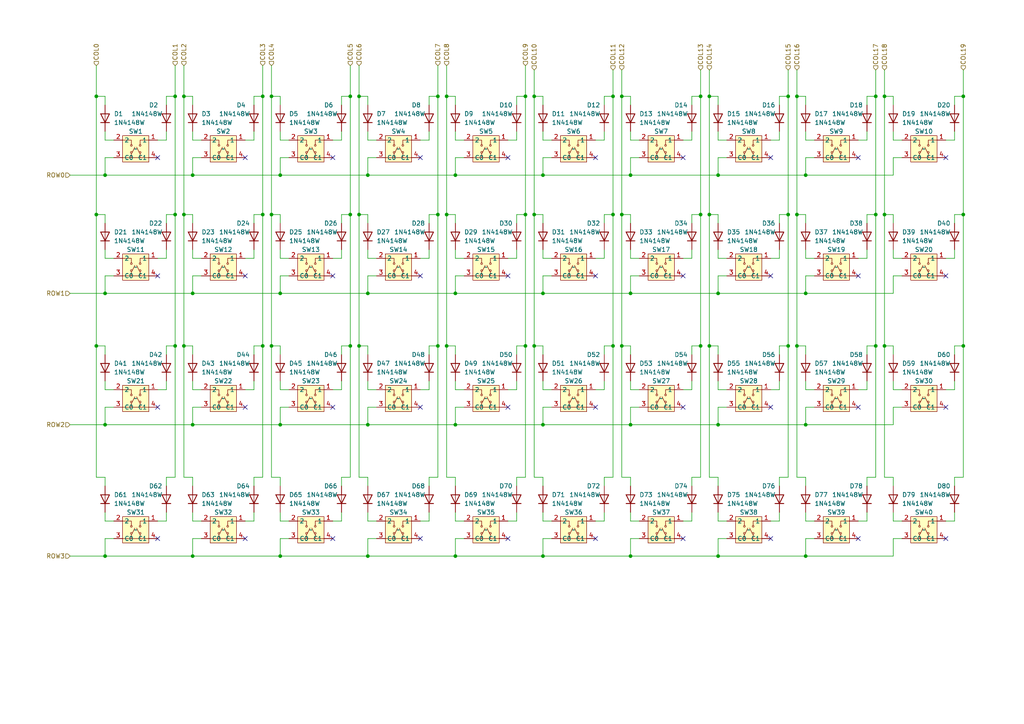
<source format=kicad_sch>
(kicad_sch (version 20230121) (generator eeschema)
  (paper "A4")
  (junction (at 254 27.94))
  (junction (at 256.54 27.94))
  (junction (at 233.68 85.09))
  (junction (at 104.14 62.23))
  (junction (at 27.94 27.94))
  (junction (at 228.6 100.33))
  (junction (at 228.6 62.23))
  (junction (at 180.34 62.23))
  (junction (at 30.48 161.29))
  (junction (at 152.4 62.23))
  (junction (at 30.48 123.19))
  (junction (at 81.28 50.8))
  (junction (at 208.28 161.29))
  (junction (at 233.68 123.19))
  (junction (at 27.94 100.33))
  (junction (at 256.54 100.33))
  (junction (at 154.94 62.23))
  (junction (at 76.2 27.94))
  (junction (at 129.54 62.23))
  (junction (at 127 27.94))
  (junction (at 228.6 27.94))
  (junction (at 208.28 85.09))
  (junction (at 279.4 27.94))
  (junction (at 208.28 50.8))
  (junction (at 30.48 50.8))
  (junction (at 55.88 85.09))
  (junction (at 106.68 50.8))
  (junction (at 106.68 161.29))
  (junction (at 203.2 62.23))
  (junction (at 157.48 123.19))
  (junction (at 78.74 62.23))
  (junction (at 157.48 85.09))
  (junction (at 129.54 100.33))
  (junction (at 182.88 50.8))
  (junction (at 127 100.33))
  (junction (at 101.6 27.94))
  (junction (at 182.88 161.29))
  (junction (at 101.6 62.23))
  (junction (at 106.68 123.19))
  (junction (at 279.4 100.33))
  (junction (at 132.08 123.19))
  (junction (at 154.94 100.33))
  (junction (at 132.08 161.29))
  (junction (at 104.14 27.94))
  (junction (at 279.4 62.23))
  (junction (at 53.34 62.23))
  (junction (at 104.14 100.33))
  (junction (at 81.28 123.19))
  (junction (at 256.54 62.23))
  (junction (at 55.88 161.29))
  (junction (at 182.88 85.09))
  (junction (at 205.74 27.94))
  (junction (at 132.08 85.09))
  (junction (at 101.6 100.33))
  (junction (at 177.8 62.23))
  (junction (at 132.08 50.8))
  (junction (at 106.68 85.09))
  (junction (at 254 100.33))
  (junction (at 208.28 123.19))
  (junction (at 180.34 100.33))
  (junction (at 152.4 27.94))
  (junction (at 129.54 27.94))
  (junction (at 154.94 27.94))
  (junction (at 76.2 100.33))
  (junction (at 27.94 62.23))
  (junction (at 50.8 27.94))
  (junction (at 203.2 100.33))
  (junction (at 50.8 62.23))
  (junction (at 231.14 27.94))
  (junction (at 205.74 100.33))
  (junction (at 76.2 62.23))
  (junction (at 30.48 85.09))
  (junction (at 152.4 100.33))
  (junction (at 55.88 50.8))
  (junction (at 233.68 50.8))
  (junction (at 231.14 62.23))
  (junction (at 254 62.23))
  (junction (at 177.8 100.33))
  (junction (at 157.48 161.29))
  (junction (at 53.34 100.33))
  (junction (at 233.68 161.29))
  (junction (at 205.74 62.23))
  (junction (at 81.28 85.09))
  (junction (at 78.74 27.94))
  (junction (at 180.34 27.94))
  (junction (at 53.34 27.94))
  (junction (at 127 62.23))
  (junction (at 177.8 27.94))
  (junction (at 78.74 100.33))
  (junction (at 231.14 100.33))
  (junction (at 157.48 50.8))
  (junction (at 182.88 123.19))
  (junction (at 203.2 27.94))
  (junction (at 81.28 161.29))
  (junction (at 50.8 100.33))
  (junction (at 55.88 123.19))
  (no_connect (at 172.72 45.72))
  (no_connect (at 121.92 156.21))
  (no_connect (at 121.92 45.72))
  (no_connect (at 147.32 45.72))
  (no_connect (at 71.12 80.01))
  (no_connect (at 71.12 156.21))
  (no_connect (at 198.12 118.11))
  (no_connect (at 45.72 80.01))
  (no_connect (at 223.52 80.01))
  (no_connect (at 248.92 156.21))
  (no_connect (at 96.52 156.21))
  (no_connect (at 248.92 80.01))
  (no_connect (at 223.52 118.11))
  (no_connect (at 274.32 80.01))
  (no_connect (at 198.12 45.72))
  (no_connect (at 45.72 45.72))
  (no_connect (at 45.72 156.21))
  (no_connect (at 147.32 80.01))
  (no_connect (at 71.12 118.11))
  (no_connect (at 172.72 80.01))
  (no_connect (at 147.32 118.11))
  (no_connect (at 223.52 156.21))
  (no_connect (at 248.92 118.11))
  (no_connect (at 274.32 45.72))
  (no_connect (at 71.12 45.72))
  (no_connect (at 96.52 80.01))
  (no_connect (at 223.52 45.72))
  (no_connect (at 274.32 156.21))
  (no_connect (at 96.52 45.72))
  (no_connect (at 45.72 118.11))
  (no_connect (at 198.12 80.01))
  (no_connect (at 147.32 156.21))
  (no_connect (at 121.92 118.11))
  (no_connect (at 248.92 45.72))
  (no_connect (at 121.92 80.01))
  (no_connect (at 198.12 156.21))
  (no_connect (at 274.32 118.11))
  (no_connect (at 96.52 118.11))
  (no_connect (at 172.72 118.11))
  (no_connect (at 172.72 156.21))
  (wire (pts (xy 157.48 156.21) (xy 157.48 161.29)))
  (wire (pts (xy 71.12 113.03) (xy 73.66 113.03)))
  (wire (pts (xy 251.46 27.94) (xy 254 27.94)))
  (wire (pts (xy 205.74 27.94) (xy 205.74 62.23)))
  (wire (pts (xy 157.48 38.1) (xy 157.48 40.64)))
  (wire (pts (xy 48.26 30.48) (xy 48.26 27.94)))
  (wire (pts (xy 276.86 72.39) (xy 276.86 74.93)))
  (wire (pts (xy 203.2 100.33) (xy 203.2 138.43)))
  (wire (pts (xy 259.08 113.03) (xy 261.62 113.03)))
  (wire (pts (xy 30.48 50.8) (xy 55.88 50.8)))
  (wire (pts (xy 50.8 100.33) (xy 50.8 138.43)))
  (wire (pts (xy 226.06 72.39) (xy 226.06 74.93)))
  (wire (pts (xy 259.08 38.1) (xy 259.08 40.64)))
  (wire (pts (xy 106.68 74.93) (xy 109.22 74.93)))
  (wire (pts (xy 76.2 27.94) (xy 76.2 62.23)))
  (wire (pts (xy 132.08 161.29) (xy 132.08 156.21)))
  (wire (pts (xy 226.06 62.23) (xy 228.6 62.23)))
  (wire (pts (xy 132.08 45.72) (xy 134.62 45.72)))
  (wire (pts (xy 152.4 62.23) (xy 152.4 27.94)))
  (wire (pts (xy 208.28 123.19) (xy 233.68 123.19)))
  (wire (pts (xy 157.48 74.93) (xy 160.02 74.93)))
  (wire (pts (xy 124.46 27.94) (xy 127 27.94)))
  (wire (pts (xy 45.72 151.13) (xy 48.26 151.13)))
  (wire (pts (xy 101.6 19.05) (xy 101.6 27.94)))
  (wire (pts (xy 30.48 85.09) (xy 55.88 85.09)))
  (wire (pts (xy 200.66 30.48) (xy 200.66 27.94)))
  (wire (pts (xy 210.82 156.21) (xy 208.28 156.21)))
  (wire (pts (xy 226.06 102.87) (xy 226.06 100.33)))
  (wire (pts (xy 208.28 118.11) (xy 208.28 123.19)))
  (wire (pts (xy 127 100.33) (xy 127 138.43)))
  (wire (pts (xy 30.48 38.1) (xy 30.48 40.64)))
  (wire (pts (xy 106.68 50.8) (xy 106.68 45.72)))
  (wire (pts (xy 30.48 151.13) (xy 33.02 151.13)))
  (wire (pts (xy 55.88 100.33) (xy 53.34 100.33)))
  (wire (pts (xy 175.26 27.94) (xy 177.8 27.94)))
  (wire (pts (xy 233.68 50.8) (xy 259.08 50.8)))
  (wire (pts (xy 124.46 110.49) (xy 124.46 113.03)))
  (wire (pts (xy 276.86 64.77) (xy 276.86 62.23)))
  (wire (pts (xy 20.32 85.09) (xy 30.48 85.09)))
  (wire (pts (xy 208.28 27.94) (xy 205.74 27.94)))
  (wire (pts (xy 73.66 110.49) (xy 73.66 113.03)))
  (wire (pts (xy 157.48 40.64) (xy 160.02 40.64)))
  (wire (pts (xy 157.48 45.72) (xy 160.02 45.72)))
  (wire (pts (xy 81.28 74.93) (xy 83.82 74.93)))
  (wire (pts (xy 27.94 27.94) (xy 30.48 27.94)))
  (wire (pts (xy 106.68 161.29) (xy 132.08 161.29)))
  (wire (pts (xy 256.54 62.23) (xy 259.08 62.23)))
  (wire (pts (xy 30.48 110.49) (xy 30.48 113.03)))
  (wire (pts (xy 228.6 62.23) (xy 228.6 100.33)))
  (wire (pts (xy 182.88 40.64) (xy 185.42 40.64)))
  (wire (pts (xy 208.28 74.93) (xy 210.82 74.93)))
  (wire (pts (xy 132.08 123.19) (xy 157.48 123.19)))
  (wire (pts (xy 172.72 74.93) (xy 175.26 74.93)))
  (wire (pts (xy 182.88 50.8) (xy 182.88 45.72)))
  (wire (pts (xy 73.66 64.77) (xy 73.66 62.23)))
  (wire (pts (xy 30.48 74.93) (xy 33.02 74.93)))
  (wire (pts (xy 99.06 62.23) (xy 101.6 62.23)))
  (wire (pts (xy 248.92 40.64) (xy 251.46 40.64)))
  (wire (pts (xy 55.88 110.49) (xy 55.88 113.03)))
  (wire (pts (xy 208.28 72.39) (xy 208.28 74.93)))
  (wire (pts (xy 180.34 62.23) (xy 180.34 100.33)))
  (wire (pts (xy 254 100.33) (xy 254 138.43)))
  (wire (pts (xy 81.28 151.13) (xy 83.82 151.13)))
  (wire (pts (xy 53.34 100.33) (xy 53.34 138.43)))
  (wire (pts (xy 132.08 151.13) (xy 134.62 151.13)))
  (wire (pts (xy 200.66 72.39) (xy 200.66 74.93)))
  (wire (pts (xy 27.94 62.23) (xy 27.94 100.33)))
  (wire (pts (xy 274.32 151.13) (xy 276.86 151.13)))
  (wire (pts (xy 233.68 40.64) (xy 236.22 40.64)))
  (wire (pts (xy 71.12 40.64) (xy 73.66 40.64)))
  (wire (pts (xy 81.28 113.03) (xy 83.82 113.03)))
  (wire (pts (xy 99.06 138.43) (xy 101.6 138.43)))
  (wire (pts (xy 198.12 151.13) (xy 200.66 151.13)))
  (wire (pts (xy 208.28 161.29) (xy 233.68 161.29)))
  (wire (pts (xy 248.92 151.13) (xy 251.46 151.13)))
  (wire (pts (xy 30.48 102.87) (xy 30.48 100.33)))
  (wire (pts (xy 175.26 30.48) (xy 175.26 27.94)))
  (wire (pts (xy 106.68 140.97) (xy 106.68 138.43)))
  (wire (pts (xy 231.14 138.43) (xy 233.68 138.43)))
  (wire (pts (xy 132.08 74.93) (xy 134.62 74.93)))
  (wire (pts (xy 81.28 80.01) (xy 83.82 80.01)))
  (wire (pts (xy 157.48 50.8) (xy 157.48 45.72)))
  (wire (pts (xy 124.46 148.59) (xy 124.46 151.13)))
  (wire (pts (xy 55.88 123.19) (xy 81.28 123.19)))
  (wire (pts (xy 208.28 148.59) (xy 208.28 151.13)))
  (wire (pts (xy 132.08 85.09) (xy 157.48 85.09)))
  (wire (pts (xy 149.86 148.59) (xy 149.86 151.13)))
  (wire (pts (xy 55.88 85.09) (xy 55.88 80.01)))
  (wire (pts (xy 50.8 62.23) (xy 50.8 100.33)))
  (wire (pts (xy 177.8 100.33) (xy 177.8 138.43)))
  (wire (pts (xy 99.06 140.97) (xy 99.06 138.43)))
  (wire (pts (xy 233.68 102.87) (xy 233.68 100.33)))
  (wire (pts (xy 30.48 161.29) (xy 55.88 161.29)))
  (wire (pts (xy 55.88 64.77) (xy 55.88 62.23)))
  (wire (pts (xy 48.26 64.77) (xy 48.26 62.23)))
  (wire (pts (xy 182.88 118.11) (xy 182.88 123.19)))
  (wire (pts (xy 200.66 110.49) (xy 200.66 113.03)))
  (wire (pts (xy 200.66 64.77) (xy 200.66 62.23)))
  (wire (pts (xy 109.22 118.11) (xy 106.68 118.11)))
  (wire (pts (xy 104.14 100.33) (xy 104.14 138.43)))
  (wire (pts (xy 276.86 102.87) (xy 276.86 100.33)))
  (wire (pts (xy 154.94 62.23) (xy 154.94 100.33)))
  (wire (pts (xy 254 27.94) (xy 254 62.23)))
  (wire (pts (xy 233.68 113.03) (xy 236.22 113.03)))
  (wire (pts (xy 147.32 40.64) (xy 149.86 40.64)))
  (wire (pts (xy 78.74 27.94) (xy 78.74 62.23)))
  (wire (pts (xy 99.06 148.59) (xy 99.06 151.13)))
  (wire (pts (xy 231.14 27.94) (xy 231.14 62.23)))
  (wire (pts (xy 259.08 161.29) (xy 259.08 156.21)))
  (wire (pts (xy 256.54 100.33) (xy 256.54 138.43)))
  (wire (pts (xy 251.46 62.23) (xy 254 62.23)))
  (wire (pts (xy 182.88 161.29) (xy 208.28 161.29)))
  (wire (pts (xy 132.08 156.21) (xy 134.62 156.21)))
  (wire (pts (xy 81.28 138.43) (xy 81.28 140.97)))
  (wire (pts (xy 33.02 45.72) (xy 30.48 45.72)))
  (wire (pts (xy 205.74 100.33) (xy 205.74 138.43)))
  (wire (pts (xy 233.68 110.49) (xy 233.68 113.03)))
  (wire (pts (xy 124.46 30.48) (xy 124.46 27.94)))
  (wire (pts (xy 99.06 30.48) (xy 99.06 27.94)))
  (wire (pts (xy 259.08 45.72) (xy 261.62 45.72)))
  (wire (pts (xy 33.02 118.11) (xy 30.48 118.11)))
  (wire (pts (xy 81.28 85.09) (xy 106.68 85.09)))
  (wire (pts (xy 198.12 40.64) (xy 200.66 40.64)))
  (wire (pts (xy 53.34 62.23) (xy 53.34 100.33)))
  (wire (pts (xy 96.52 74.93) (xy 99.06 74.93)))
  (wire (pts (xy 81.28 72.39) (xy 81.28 74.93)))
  (wire (pts (xy 182.88 102.87) (xy 182.88 100.33)))
  (wire (pts (xy 256.54 20.32) (xy 256.54 27.94)))
  (wire (pts (xy 172.72 113.03) (xy 175.26 113.03)))
  (wire (pts (xy 96.52 113.03) (xy 99.06 113.03)))
  (wire (pts (xy 226.06 30.48) (xy 226.06 27.94)))
  (wire (pts (xy 30.48 156.21) (xy 30.48 161.29)))
  (wire (pts (xy 73.66 100.33) (xy 76.2 100.33)))
  (wire (pts (xy 73.66 27.94) (xy 76.2 27.94)))
  (wire (pts (xy 223.52 74.93) (xy 226.06 74.93)))
  (wire (pts (xy 106.68 138.43) (xy 104.14 138.43)))
  (wire (pts (xy 129.54 62.23) (xy 132.08 62.23)))
  (wire (pts (xy 124.46 72.39) (xy 124.46 74.93)))
  (wire (pts (xy 48.26 148.59) (xy 48.26 151.13)))
  (wire (pts (xy 226.06 100.33) (xy 228.6 100.33)))
  (wire (pts (xy 96.52 151.13) (xy 99.06 151.13)))
  (wire (pts (xy 205.74 138.43) (xy 208.28 138.43)))
  (wire (pts (xy 208.28 85.09) (xy 233.68 85.09)))
  (wire (pts (xy 132.08 110.49) (xy 132.08 113.03)))
  (wire (pts (xy 259.08 74.93) (xy 261.62 74.93)))
  (wire (pts (xy 81.28 148.59) (xy 81.28 151.13)))
  (wire (pts (xy 55.88 45.72) (xy 58.42 45.72)))
  (wire (pts (xy 132.08 161.29) (xy 157.48 161.29)))
  (wire (pts (xy 132.08 85.09) (xy 132.08 80.01)))
  (wire (pts (xy 76.2 138.43) (xy 73.66 138.43)))
  (wire (pts (xy 185.42 156.21) (xy 182.88 156.21)))
  (wire (pts (xy 200.66 100.33) (xy 203.2 100.33)))
  (wire (pts (xy 106.68 72.39) (xy 106.68 74.93)))
  (wire (pts (xy 223.52 113.03) (xy 226.06 113.03)))
  (wire (pts (xy 203.2 62.23) (xy 203.2 100.33)))
  (wire (pts (xy 132.08 148.59) (xy 132.08 151.13)))
  (wire (pts (xy 106.68 110.49) (xy 106.68 113.03)))
  (wire (pts (xy 279.4 27.94) (xy 279.4 62.23)))
  (wire (pts (xy 259.08 151.13) (xy 261.62 151.13)))
  (wire (pts (xy 233.68 85.09) (xy 259.08 85.09)))
  (wire (pts (xy 124.46 38.1) (xy 124.46 40.64)))
  (wire (pts (xy 30.48 140.97) (xy 30.48 138.43)))
  (wire (pts (xy 106.68 50.8) (xy 132.08 50.8)))
  (wire (pts (xy 233.68 156.21) (xy 233.68 161.29)))
  (wire (pts (xy 233.68 123.19) (xy 259.08 123.19)))
  (wire (pts (xy 236.22 156.21) (xy 233.68 156.21)))
  (wire (pts (xy 203.2 20.32) (xy 203.2 27.94)))
  (wire (pts (xy 259.08 138.43) (xy 259.08 140.97)))
  (wire (pts (xy 78.74 138.43) (xy 81.28 138.43)))
  (wire (pts (xy 208.28 156.21) (xy 208.28 161.29)))
  (wire (pts (xy 81.28 38.1) (xy 81.28 40.64)))
  (wire (pts (xy 157.48 85.09) (xy 182.88 85.09)))
  (wire (pts (xy 182.88 85.09) (xy 208.28 85.09)))
  (wire (pts (xy 149.86 102.87) (xy 149.86 100.33)))
  (wire (pts (xy 30.48 45.72) (xy 30.48 50.8)))
  (wire (pts (xy 274.32 74.93) (xy 276.86 74.93)))
  (wire (pts (xy 30.48 138.43) (xy 27.94 138.43)))
  (wire (pts (xy 27.94 100.33) (xy 27.94 138.43)))
  (wire (pts (xy 127 62.23) (xy 127 100.33)))
  (wire (pts (xy 182.88 151.13) (xy 185.42 151.13)))
  (wire (pts (xy 182.88 45.72) (xy 185.42 45.72)))
  (wire (pts (xy 226.06 140.97) (xy 226.06 138.43)))
  (wire (pts (xy 73.66 148.59) (xy 73.66 151.13)))
  (wire (pts (xy 200.66 138.43) (xy 203.2 138.43)))
  (wire (pts (xy 132.08 64.77) (xy 132.08 62.23)))
  (wire (pts (xy 276.86 27.94) (xy 279.4 27.94)))
  (wire (pts (xy 157.48 64.77) (xy 157.48 62.23)))
  (wire (pts (xy 157.48 123.19) (xy 182.88 123.19)))
  (wire (pts (xy 106.68 113.03) (xy 109.22 113.03)))
  (wire (pts (xy 20.32 50.8) (xy 30.48 50.8)))
  (wire (pts (xy 132.08 27.94) (xy 129.54 27.94)))
  (wire (pts (xy 182.88 113.03) (xy 185.42 113.03)))
  (wire (pts (xy 180.34 62.23) (xy 182.88 62.23)))
  (wire (pts (xy 208.28 50.8) (xy 208.28 45.72)))
  (wire (pts (xy 106.68 85.09) (xy 132.08 85.09)))
  (wire (pts (xy 177.8 62.23) (xy 177.8 100.33)))
  (wire (pts (xy 254 20.32) (xy 254 27.94)))
  (wire (pts (xy 208.28 64.77) (xy 208.28 62.23)))
  (wire (pts (xy 132.08 40.64) (xy 134.62 40.64)))
  (wire (pts (xy 154.94 138.43) (xy 157.48 138.43)))
  (wire (pts (xy 154.94 27.94) (xy 154.94 62.23)))
  (wire (pts (xy 200.66 148.59) (xy 200.66 151.13)))
  (wire (pts (xy 71.12 151.13) (xy 73.66 151.13)))
  (wire (pts (xy 55.88 80.01) (xy 58.42 80.01)))
  (wire (pts (xy 149.86 138.43) (xy 152.4 138.43)))
  (wire (pts (xy 33.02 80.01) (xy 30.48 80.01)))
  (wire (pts (xy 157.48 50.8) (xy 182.88 50.8)))
  (wire (pts (xy 20.32 161.29) (xy 30.48 161.29)))
  (wire (pts (xy 251.46 148.59) (xy 251.46 151.13)))
  (wire (pts (xy 182.88 123.19) (xy 208.28 123.19)))
  (wire (pts (xy 177.8 27.94) (xy 177.8 62.23)))
  (wire (pts (xy 55.88 50.8) (xy 81.28 50.8)))
  (wire (pts (xy 182.88 80.01) (xy 182.88 85.09)))
  (wire (pts (xy 55.88 74.93) (xy 58.42 74.93)))
  (wire (pts (xy 30.48 30.48) (xy 30.48 27.94)))
  (wire (pts (xy 127 27.94) (xy 127 62.23)))
  (wire (pts (xy 55.88 140.97) (xy 55.88 138.43)))
  (wire (pts (xy 27.94 27.94) (xy 27.94 62.23)))
  (wire (pts (xy 55.88 113.03) (xy 58.42 113.03)))
  (wire (pts (xy 226.06 64.77) (xy 226.06 62.23)))
  (wire (pts (xy 30.48 72.39) (xy 30.48 74.93)))
  (wire (pts (xy 231.14 62.23) (xy 231.14 100.33)))
  (wire (pts (xy 48.26 62.23) (xy 50.8 62.23)))
  (wire (pts (xy 233.68 161.29) (xy 259.08 161.29)))
  (wire (pts (xy 149.86 27.94) (xy 152.4 27.94)))
  (wire (pts (xy 55.88 72.39) (xy 55.88 74.93)))
  (wire (pts (xy 259.08 148.59) (xy 259.08 151.13)))
  (wire (pts (xy 129.54 138.43) (xy 132.08 138.43)))
  (wire (pts (xy 124.46 138.43) (xy 127 138.43)))
  (wire (pts (xy 81.28 50.8) (xy 81.28 45.72)))
  (wire (pts (xy 132.08 50.8) (xy 132.08 45.72)))
  (wire (pts (xy 233.68 118.11) (xy 233.68 123.19)))
  (wire (pts (xy 48.26 102.87) (xy 48.26 100.33)))
  (wire (pts (xy 185.42 80.01) (xy 182.88 80.01)))
  (wire (pts (xy 259.08 118.11) (xy 261.62 118.11)))
  (wire (pts (xy 76.2 62.23) (xy 76.2 100.33)))
  (wire (pts (xy 228.6 20.32) (xy 228.6 27.94)))
  (wire (pts (xy 182.88 138.43) (xy 182.88 140.97)))
  (wire (pts (xy 55.88 40.64) (xy 58.42 40.64)))
  (wire (pts (xy 73.66 38.1) (xy 73.66 40.64)))
  (wire (pts (xy 175.26 62.23) (xy 177.8 62.23)))
  (wire (pts (xy 157.48 72.39) (xy 157.48 74.93)))
  (wire (pts (xy 175.26 138.43) (xy 177.8 138.43)))
  (wire (pts (xy 276.86 38.1) (xy 276.86 40.64)))
  (wire (pts (xy 223.52 40.64) (xy 226.06 40.64)))
  (wire (pts (xy 259.08 123.19) (xy 259.08 118.11)))
  (wire (pts (xy 182.88 38.1) (xy 182.88 40.64)))
  (wire (pts (xy 160.02 118.11) (xy 157.48 118.11)))
  (wire (pts (xy 259.08 80.01) (xy 261.62 80.01)))
  (wire (pts (xy 27.94 19.05) (xy 27.94 27.94)))
  (wire (pts (xy 132.08 50.8) (xy 157.48 50.8)))
  (wire (pts (xy 106.68 45.72) (xy 109.22 45.72)))
  (wire (pts (xy 259.08 102.87) (xy 259.08 100.33)))
  (wire (pts (xy 276.86 110.49) (xy 276.86 113.03)))
  (wire (pts (xy 259.08 30.48) (xy 259.08 27.94)))
  (wire (pts (xy 30.48 118.11) (xy 30.48 123.19)))
  (wire (pts (xy 73.66 102.87) (xy 73.66 100.33)))
  (wire (pts (xy 124.46 140.97) (xy 124.46 138.43)))
  (wire (pts (xy 154.94 100.33) (xy 157.48 100.33)))
  (wire (pts (xy 30.48 64.77) (xy 30.48 62.23)))
  (wire (pts (xy 233.68 138.43) (xy 233.68 140.97)))
  (wire (pts (xy 259.08 40.64) (xy 261.62 40.64)))
  (wire (pts (xy 78.74 62.23) (xy 81.28 62.23)))
  (wire (pts (xy 73.66 30.48) (xy 73.66 27.94)))
  (wire (pts (xy 99.06 38.1) (xy 99.06 40.64)))
  (wire (pts (xy 30.48 100.33) (xy 27.94 100.33)))
  (wire (pts (xy 208.28 30.48) (xy 208.28 27.94)))
  (wire (pts (xy 182.88 148.59) (xy 182.88 151.13)))
  (wire (pts (xy 175.26 110.49) (xy 175.26 113.03)))
  (wire (pts (xy 132.08 113.03) (xy 134.62 113.03)))
  (wire (pts (xy 106.68 156.21) (xy 106.68 161.29)))
  (wire (pts (xy 276.86 148.59) (xy 276.86 151.13)))
  (wire (pts (xy 55.88 62.23) (xy 53.34 62.23)))
  (wire (pts (xy 180.34 138.43) (xy 182.88 138.43)))
  (wire (pts (xy 132.08 30.48) (xy 132.08 27.94)))
  (wire (pts (xy 129.54 27.94) (xy 129.54 62.23)))
  (wire (pts (xy 231.14 20.32) (xy 231.14 27.94)))
  (wire (pts (xy 233.68 30.48) (xy 233.68 27.94)))
  (wire (pts (xy 121.92 74.93) (xy 124.46 74.93)))
  (wire (pts (xy 256.54 138.43) (xy 259.08 138.43)))
  (wire (pts (xy 259.08 72.39) (xy 259.08 74.93)))
  (wire (pts (xy 157.48 80.01) (xy 157.48 85.09)))
  (wire (pts (xy 157.48 151.13) (xy 160.02 151.13)))
  (wire (pts (xy 33.02 156.21) (xy 30.48 156.21)))
  (wire (pts (xy 226.06 138.43) (xy 228.6 138.43)))
  (wire (pts (xy 233.68 80.01) (xy 233.68 85.09)))
  (wire (pts (xy 175.26 148.59) (xy 175.26 151.13)))
  (wire (pts (xy 154.94 62.23) (xy 157.48 62.23)))
  (wire (pts (xy 251.46 64.77) (xy 251.46 62.23)))
  (wire (pts (xy 152.4 19.05) (xy 152.4 27.94)))
  (wire (pts (xy 106.68 123.19) (xy 132.08 123.19)))
  (wire (pts (xy 157.48 27.94) (xy 154.94 27.94)))
  (wire (pts (xy 45.72 113.03) (xy 48.26 113.03)))
  (wire (pts (xy 55.88 118.11) (xy 55.88 123.19)))
  (wire (pts (xy 55.88 148.59) (xy 55.88 151.13)))
  (wire (pts (xy 101.6 62.23) (xy 101.6 100.33)))
  (wire (pts (xy 129.54 62.23) (xy 129.54 100.33)))
  (wire (pts (xy 45.72 40.64) (xy 48.26 40.64)))
  (wire (pts (xy 104.14 62.23) (xy 106.68 62.23)))
  (wire (pts (xy 30.48 62.23) (xy 27.94 62.23)))
  (wire (pts (xy 223.52 151.13) (xy 226.06 151.13)))
  (wire (pts (xy 124.46 100.33) (xy 127 100.33)))
  (wire (pts (xy 124.46 102.87) (xy 124.46 100.33)))
  (wire (pts (xy 96.52 40.64) (xy 99.06 40.64)))
  (wire (pts (xy 233.68 27.94) (xy 231.14 27.94)))
  (wire (pts (xy 251.46 140.97) (xy 251.46 138.43)))
  (wire (pts (xy 251.46 38.1) (xy 251.46 40.64)))
  (wire (pts (xy 30.48 123.19) (xy 55.88 123.19)))
  (wire (pts (xy 99.06 102.87) (xy 99.06 100.33)))
  (wire (pts (xy 106.68 151.13) (xy 109.22 151.13)))
  (wire (pts (xy 129.54 100.33) (xy 132.08 100.33)))
  (wire (pts (xy 276.86 30.48) (xy 276.86 27.94)))
  (wire (pts (xy 172.72 40.64) (xy 175.26 40.64)))
  (wire (pts (xy 233.68 72.39) (xy 233.68 74.93)))
  (wire (pts (xy 20.32 123.19) (xy 30.48 123.19)))
  (wire (pts (xy 81.28 64.77) (xy 81.28 62.23)))
  (wire (pts (xy 149.86 30.48) (xy 149.86 27.94)))
  (wire (pts (xy 101.6 100.33) (xy 101.6 138.43)))
  (wire (pts (xy 48.26 72.39) (xy 48.26 74.93)))
  (wire (pts (xy 226.06 148.59) (xy 226.06 151.13)))
  (wire (pts (xy 251.46 138.43) (xy 254 138.43)))
  (wire (pts (xy 121.92 40.64) (xy 124.46 40.64)))
  (wire (pts (xy 78.74 19.05) (xy 78.74 27.94)))
  (wire (pts (xy 205.74 62.23) (xy 205.74 100.33)))
  (wire (pts (xy 124.46 64.77) (xy 124.46 62.23)))
  (wire (pts (xy 157.48 30.48) (xy 157.48 27.94)))
  (wire (pts (xy 109.22 156.21) (xy 106.68 156.21)))
  (wire (pts (xy 233.68 38.1) (xy 233.68 40.64)))
  (wire (pts (xy 251.46 110.49) (xy 251.46 113.03)))
  (wire (pts (xy 48.26 140.97) (xy 48.26 138.43)))
  (wire (pts (xy 200.66 62.23) (xy 203.2 62.23)))
  (wire (pts (xy 81.28 123.19) (xy 106.68 123.19)))
  (wire (pts (xy 104.14 62.23) (xy 104.14 100.33)))
  (wire (pts (xy 251.46 30.48) (xy 251.46 27.94)))
  (wire (pts (xy 231.14 100.33) (xy 231.14 138.43)))
  (wire (pts (xy 132.08 123.19) (xy 132.08 118.11)))
  (wire (pts (xy 30.48 148.59) (xy 30.48 151.13)))
  (wire (pts (xy 208.28 151.13) (xy 210.82 151.13)))
  (wire (pts (xy 99.06 72.39) (xy 99.06 74.93)))
  (wire (pts (xy 149.86 100.33) (xy 152.4 100.33)))
  (wire (pts (xy 149.86 110.49) (xy 149.86 113.03)))
  (wire (pts (xy 256.54 100.33) (xy 259.08 100.33)))
  (wire (pts (xy 132.08 102.87) (xy 132.08 100.33)))
  (wire (pts (xy 83.82 118.11) (xy 81.28 118.11)))
  (wire (pts (xy 45.72 74.93) (xy 48.26 74.93)))
  (wire (pts (xy 180.34 20.32) (xy 180.34 27.94)))
  (wire (pts (xy 81.28 40.64) (xy 83.82 40.64)))
  (wire (pts (xy 78.74 100.33) (xy 81.28 100.33)))
  (wire (pts (xy 160.02 80.01) (xy 157.48 80.01)))
  (wire (pts (xy 208.28 80.01) (xy 208.28 85.09)))
  (wire (pts (xy 157.48 161.29) (xy 182.88 161.29)))
  (wire (pts (xy 226.06 38.1) (xy 226.06 40.64)))
  (wire (pts (xy 210.82 80.01) (xy 208.28 80.01)))
  (wire (pts (xy 172.72 151.13) (xy 175.26 151.13)))
  (wire (pts (xy 149.86 140.97) (xy 149.86 138.43)))
  (wire (pts (xy 200.66 140.97) (xy 200.66 138.43)))
  (wire (pts (xy 81.28 118.11) (xy 81.28 123.19)))
  (wire (pts (xy 233.68 45.72) (xy 236.22 45.72)))
  (wire (pts (xy 55.88 50.8) (xy 55.88 45.72)))
  (wire (pts (xy 233.68 74.93) (xy 236.22 74.93)))
  (wire (pts (xy 180.34 27.94) (xy 180.34 62.23)))
  (wire (pts (xy 106.68 64.77) (xy 106.68 62.23)))
  (wire (pts (xy 200.66 102.87) (xy 200.66 100.33)))
  (wire (pts (xy 233.68 151.13) (xy 236.22 151.13)))
  (wire (pts (xy 73.66 138.43) (xy 73.66 140.97)))
  (wire (pts (xy 157.48 110.49) (xy 157.48 113.03)))
  (wire (pts (xy 254 62.23) (xy 254 100.33)))
  (wire (pts (xy 208.28 102.87) (xy 208.28 100.33)))
  (wire (pts (xy 55.88 85.09) (xy 81.28 85.09)))
  (wire (pts (xy 149.86 62.23) (xy 152.4 62.23)))
  (wire (pts (xy 73.66 72.39) (xy 73.66 74.93)))
  (wire (pts (xy 180.34 100.33) (xy 180.34 138.43)))
  (wire (pts (xy 76.2 100.33) (xy 76.2 138.43)))
  (wire (pts (xy 99.06 27.94) (xy 101.6 27.94)))
  (wire (pts (xy 198.12 74.93) (xy 200.66 74.93)))
  (wire (pts (xy 259.08 85.09) (xy 259.08 80.01)))
  (wire (pts (xy 81.28 161.29) (xy 106.68 161.29)))
  (wire (pts (xy 182.88 74.93) (xy 185.42 74.93)))
  (wire (pts (xy 149.86 38.1) (xy 149.86 40.64)))
  (wire (pts (xy 259.08 64.77) (xy 259.08 62.23)))
  (wire (pts (xy 205.74 100.33) (xy 208.28 100.33)))
  (wire (pts (xy 104.14 19.05) (xy 104.14 27.94)))
  (wire (pts (xy 30.48 40.64) (xy 33.02 40.64)))
  (wire (pts (xy 106.68 30.48) (xy 106.68 27.94)))
  (wire (pts (xy 210.82 118.11) (xy 208.28 118.11)))
  (wire (pts (xy 81.28 27.94) (xy 78.74 27.94)))
  (wire (pts (xy 149.86 72.39) (xy 149.86 74.93)))
  (wire (pts (xy 208.28 110.49) (xy 208.28 113.03)))
  (wire (pts (xy 55.88 161.29) (xy 81.28 161.29)))
  (wire (pts (xy 106.68 85.09) (xy 106.68 80.01)))
  (wire (pts (xy 48.26 138.43) (xy 50.8 138.43)))
  (wire (pts (xy 208.28 138.43) (xy 208.28 140.97)))
  (wire (pts (xy 177.8 20.32) (xy 177.8 27.94)))
  (wire (pts (xy 55.88 38.1) (xy 55.88 40.64)))
  (wire (pts (xy 147.32 113.03) (xy 149.86 113.03)))
  (wire (pts (xy 106.68 27.94) (xy 104.14 27.94)))
  (wire (pts (xy 48.26 110.49) (xy 48.26 113.03)))
  (wire (pts (xy 276.86 138.43) (xy 279.4 138.43)))
  (wire (pts (xy 205.74 20.32) (xy 205.74 27.94)))
  (wire (pts (xy 55.88 151.13) (xy 58.42 151.13)))
  (wire (pts (xy 236.22 80.01) (xy 233.68 80.01)))
  (wire (pts (xy 71.12 74.93) (xy 73.66 74.93)))
  (wire (pts (xy 276.86 62.23) (xy 279.4 62.23)))
  (wire (pts (xy 58.42 156.21) (xy 55.88 156.21)))
  (wire (pts (xy 78.74 100.33) (xy 78.74 138.43)))
  (wire (pts (xy 208.28 40.64) (xy 210.82 40.64)))
  (wire (pts (xy 30.48 80.01) (xy 30.48 85.09)))
  (wire (pts (xy 231.14 62.23) (xy 233.68 62.23)))
  (wire (pts (xy 185.42 118.11) (xy 182.88 118.11)))
  (wire (pts (xy 121.92 151.13) (xy 124.46 151.13)))
  (wire (pts (xy 121.92 113.03) (xy 124.46 113.03)))
  (wire (pts (xy 124.46 62.23) (xy 127 62.23)))
  (wire (pts (xy 175.26 72.39) (xy 175.26 74.93)))
  (wire (pts (xy 256.54 27.94) (xy 256.54 62.23)))
  (wire (pts (xy 157.48 102.87) (xy 157.48 100.33)))
  (wire (pts (xy 157.48 113.03) (xy 160.02 113.03)))
  (wire (pts (xy 81.28 50.8) (xy 106.68 50.8)))
  (wire (pts (xy 129.54 100.33) (xy 129.54 138.43)))
  (wire (pts (xy 233.68 50.8) (xy 233.68 45.72)))
  (wire (pts (xy 279.4 100.33) (xy 279.4 138.43)))
  (wire (pts (xy 101.6 27.94) (xy 101.6 62.23)))
  (wire (pts (xy 55.88 156.21) (xy 55.88 161.29)))
  (wire (pts (xy 231.14 100.33) (xy 233.68 100.33)))
  (wire (pts (xy 200.66 38.1) (xy 200.66 40.64)))
  (wire (pts (xy 208.28 50.8) (xy 233.68 50.8)))
  (wire (pts (xy 208.28 38.1) (xy 208.28 40.64)))
  (wire (pts (xy 152.4 100.33) (xy 152.4 62.23)))
  (wire (pts (xy 48.26 27.94) (xy 50.8 27.94)))
  (wire (pts (xy 30.48 113.03) (xy 33.02 113.03)))
  (wire (pts (xy 228.6 100.33) (xy 228.6 138.43)))
  (wire (pts (xy 50.8 27.94) (xy 50.8 62.23)))
  (wire (pts (xy 274.32 40.64) (xy 276.86 40.64)))
  (wire (pts (xy 81.28 30.48) (xy 81.28 27.94)))
  (wire (pts (xy 106.68 118.11) (xy 106.68 123.19)))
  (wire (pts (xy 205.74 62.23) (xy 208.28 62.23)))
  (wire (pts (xy 259.08 50.8) (xy 259.08 45.72)))
  (wire (pts (xy 182.88 64.77) (xy 182.88 62.23)))
  (wire (pts (xy 208.28 45.72) (xy 210.82 45.72)))
  (wire (pts (xy 157.48 118.11) (xy 157.48 123.19)))
  (wire (pts (xy 132.08 38.1) (xy 132.08 40.64)))
  (wire (pts (xy 157.48 138.43) (xy 157.48 140.97)))
  (wire (pts (xy 182.88 30.48) (xy 182.88 27.94)))
  (wire (pts (xy 251.46 102.87) (xy 251.46 100.33)))
  (wire (pts (xy 175.26 102.87) (xy 175.26 100.33)))
  (wire (pts (xy 248.92 74.93) (xy 251.46 74.93)))
  (wire (pts (xy 104.14 100.33) (xy 106.68 100.33)))
  (wire (pts (xy 259.08 110.49) (xy 259.08 113.03)))
  (wire (pts (xy 182.88 27.94) (xy 180.34 27.94)))
  (wire (pts (xy 259.08 156.21) (xy 261.62 156.21)))
  (wire (pts (xy 182.88 50.8) (xy 208.28 50.8)))
  (wire (pts (xy 48.26 100.33) (xy 50.8 100.33)))
  (wire (pts (xy 106.68 38.1) (xy 106.68 40.64)))
  (wire (pts (xy 256.54 62.23) (xy 256.54 100.33)))
  (wire (pts (xy 106.68 40.64) (xy 109.22 40.64)))
  (wire (pts (xy 228.6 27.94) (xy 228.6 62.23)))
  (wire (pts (xy 276.86 140.97) (xy 276.86 138.43)))
  (wire (pts (xy 81.28 102.87) (xy 81.28 100.33)))
  (wire (pts (xy 182.88 72.39) (xy 182.88 74.93)))
  (wire (pts (xy 132.08 80.01) (xy 134.62 80.01)))
  (wire (pts (xy 48.26 38.1) (xy 48.26 40.64)))
  (wire (pts (xy 279.4 62.23) (xy 279.4 100.33)))
  (wire (pts (xy 55.88 30.48) (xy 55.88 27.94)))
  (wire (pts (xy 99.06 100.33) (xy 101.6 100.33)))
  (wire (pts (xy 154.94 100.33) (xy 154.94 138.43)))
  (wire (pts (xy 106.68 80.01) (xy 109.22 80.01)))
  (wire (pts (xy 180.34 100.33) (xy 182.88 100.33)))
  (wire (pts (xy 149.86 64.77) (xy 149.86 62.23)))
  (wire (pts (xy 203.2 27.94) (xy 203.2 62.23)))
  (wire (pts (xy 81.28 156.21) (xy 81.28 161.29)))
  (wire (pts (xy 78.74 62.23) (xy 78.74 100.33)))
  (wire (pts (xy 175.26 140.97) (xy 175.26 138.43)))
  (wire (pts (xy 81.28 45.72) (xy 83.82 45.72)))
  (wire (pts (xy 274.32 113.03) (xy 276.86 113.03)))
  (wire (pts (xy 175.26 64.77) (xy 175.26 62.23)))
  (wire (pts (xy 50.8 19.05) (xy 50.8 27.94)))
  (wire (pts (xy 236.22 118.11) (xy 233.68 118.11)))
  (wire (pts (xy 55.88 102.87) (xy 55.88 100.33)))
  (wire (pts (xy 81.28 110.49) (xy 81.28 113.03)))
  (wire (pts (xy 106.68 148.59) (xy 106.68 151.13)))
  (wire (pts (xy 233.68 148.59) (xy 233.68 151.13)))
  (wire (pts (xy 154.94 20.32) (xy 154.94 27.94)))
  (wire (pts (xy 182.88 156.21) (xy 182.88 161.29)))
  (wire (pts (xy 182.88 110.49) (xy 182.88 113.03)))
  (wire (pts (xy 106.68 102.87) (xy 106.68 100.33)))
  (wire (pts (xy 157.48 148.59) (xy 157.48 151.13)))
  (wire (pts (xy 58.42 118.11) (xy 55.88 118.11)))
  (wire (pts (xy 104.14 27.94) (xy 104.14 62.23)))
  (wire (pts (xy 132.08 118.11) (xy 134.62 118.11)))
  (wire (pts (xy 83.82 156.21) (xy 81.28 156.21)))
  (wire (pts (xy 152.4 138.43) (xy 152.4 100.33)))
  (wire (pts (xy 175.26 100.33) (xy 177.8 100.33)))
  (wire (pts (xy 81.28 85.09) (xy 81.28 80.01)))
  (wire (pts (xy 129.54 19.05) (xy 129.54 27.94)))
  (wire (pts (xy 76.2 19.05) (xy 76.2 27.94)))
  (wire (pts (xy 251.46 72.39) (xy 251.46 74.93)))
  (wire (pts (xy 99.06 110.49) (xy 99.06 113.03)))
  (wire (pts (xy 55.88 138.43) (xy 53.34 138.43)))
  (wire (pts (xy 233.68 64.77) (xy 233.68 62.23)))
  (wire (pts (xy 160.02 156.21) (xy 157.48 156.21)))
  (wire (pts (xy 132.08 138.43) (xy 132.08 140.97)))
  (wire (pts (xy 147.32 74.93) (xy 149.86 74.93)))
  (wire (pts (xy 226.06 27.94) (xy 228.6 27.94)))
  (wire (pts (xy 251.46 100.33) (xy 254 100.33)))
  (wire (pts (xy 132.08 72.39) (xy 132.08 74.93)))
  (wire (pts (xy 259.08 27.94) (xy 256.54 27.94)))
  (wire (pts (xy 208.28 113.03) (xy 210.82 113.03)))
  (wire (pts (xy 53.34 19.05) (xy 53.34 27.94)))
  (wire (pts (xy 226.06 110.49) (xy 226.06 113.03)))
  (wire (pts (xy 53.34 27.94) (xy 53.34 62.23)))
  (wire (pts (xy 248.92 113.03) (xy 251.46 113.03)))
  (wire (pts (xy 73.66 62.23) (xy 76.2 62.23)))
  (wire (pts (xy 55.88 27.94) (xy 53.34 27.94)))
  (wire (pts (xy 279.4 20.32) (xy 279.4 27.94)))
  (wire (pts (xy 175.26 38.1) (xy 175.26 40.64)))
  (wire (pts (xy 147.32 151.13) (xy 149.86 151.13)))
  (wire (pts (xy 200.66 27.94) (xy 203.2 27.94)))
  (wire (pts (xy 198.12 113.03) (xy 200.66 113.03)))
  (wire (pts (xy 127 19.05) (xy 127 27.94)))
  (wire (pts (xy 276.86 100.33) (xy 279.4 100.33)))
  (wire (pts (xy 99.06 64.77) (xy 99.06 62.23)))
  (hierarchical_label "ROW1" (shape input) (at 20.32 85.09 180))
  (hierarchical_label "COL17" (shape input) (at 254 20.32 90))
  (hierarchical_label "COL4" (shape input) (at 78.74 19.05 90))
  (hierarchical_label "COL18" (shape input) (at 256.54 20.32 90))
  (hierarchical_label "ROW0" (shape input) (at 20.32 50.8 180))
  (hierarchical_label "ROW3" (shape input) (at 20.32 161.29 180))
  (hierarchical_label "COL7" (shape input) (at 127 19.05 90))
  (hierarchical_label "COL6" (shape input) (at 104.14 19.05 90))
  (hierarchical_label "COL1" (shape input) (at 50.8 19.05 90))
  (hierarchical_label "ROW2" (shape input) (at 20.32 123.19 180))
  (hierarchical_label "COL19" (shape input) (at 279.4 20.32 90))
  (hierarchical_label "COL0" (shape input) (at 27.94 19.05 90))
  (hierarchical_label "COL9" (shape input) (at 152.4 19.05 90))
  (hierarchical_label "COL3" (shape input) (at 76.2 19.05 90))
  (hierarchical_label "COL8" (shape input) (at 129.54 19.05 90))
  (hierarchical_label "COL2" (shape input) (at 53.34 19.05 90))
  (hierarchical_label "COL13" (shape input) (at 203.2 20.32 90))
  (hierarchical_label "COL15" (shape input) (at 228.6 20.32 90))
  (hierarchical_label "COL10" (shape input) (at 154.94 20.32 90))
  (hierarchical_label "COL11" (shape input) (at 177.8 20.32 90))
  (hierarchical_label "COL5" (shape input) (at 101.6 19.05 90))
  (hierarchical_label "COL14" (shape input) (at 205.74 20.32 90))
  (hierarchical_label "COL12" (shape input) (at 180.34 20.32 90))
  (hierarchical_label "COL16" (shape input) (at 231.14 20.32 90))
  (symbol (lib_id "Diode:1N4148W") (at 233.68 34.29 90) (unit 1)
    (property "Reference" "D17" (at 236.22 33.02 90) (effects (justify right)))
    (property "Value" "1N4148W" (at 236.22 35.56 90) (effects (justify right)))
    (property "Footprint" "Diode_SMD:D_SOD-123" (effects hide))
    (property "Datasheet" "https://www.vishay.com/docs/85748/1n4148w.pdf" (effects hide))
    (property "Sim.Device" "D" (effects hide))
    (property "Sim.Pins" "1=K 2=A" (effects hide))
  )
  (symbol (lib_id "Diode:1N4148W") (at 175.26 106.68 90) (unit 1)
    (property "Reference" "D52" (at 170.18 102.87 90) (effects (justify right)))
    (property "Value" "1N4148W" (at 165.1 105.41 90) (effects (justify right)))
    (property "Footprint" "Diode_SMD:D_SOD-123" (effects hide))
    (property "Datasheet" "https://www.vishay.com/docs/85748/1n4148w.pdf" (effects hide))
    (property "Sim.Device" "D" (effects hide))
    (property "Sim.Pins" "1=K 2=A" (effects hide))
  )
  (symbol (lib_id "Diode:1N4148W") (at 276.86 34.29 90) (unit 1)
    (property "Reference" "D20" (at 271.78 30.48 90) (effects (justify right)))
    (property "Value" "1N4148W" (at 266.7 33.02 90) (effects (justify right)))
    (property "Footprint" "Diode_SMD:D_SOD-123" (effects hide))
    (property "Datasheet" "https://www.vishay.com/docs/85748/1n4148w.pdf" (effects hide))
    (property "Sim.Device" "D" (effects hide))
    (property "Sim.Pins" "1=K 2=A" (effects hide))
  )
  (symbol (lib_id "Diode:1N4148W") (at 124.46 68.58 90) (unit 1)
    (property "Reference" "D28" (at 119.38 64.77 90) (effects (justify right)))
    (property "Value" "1N4148W" (at 114.3 67.31 90) (effects (justify right)))
    (property "Footprint" "Diode_SMD:D_SOD-123" (effects hide))
    (property "Datasheet" "https://www.vishay.com/docs/85748/1n4148w.pdf" (effects hide))
    (property "Sim.Device" "D" (effects hide))
    (property "Sim.Pins" "1=K 2=A" (effects hide))
  )
  (symbol (lib_id "NPS-102-668:NPS-102-668") (at 267.97 115.57 0) (unit 1)
    (property "Reference" "SW30" (at 267.97 110.49 0))
    (property "Value" "~" (at 267.97 115.57 0))
    (property "Footprint" "NPS-102-668:NPS-102-668" (effects hide))
  )
  (symbol (lib_id "NPS-102-668:NPS-102-668") (at 115.57 43.18 0) (unit 1)
    (property "Reference" "SW4" (at 115.57 38.1 0))
    (property "Value" "~" (at 115.57 43.18 0))
    (property "Footprint" "NPS-102-668:NPS-102-668" (effects hide))
  )
  (symbol (lib_id "Diode:1N4148W") (at 48.26 144.78 90) (unit 1)
    (property "Reference" "D62" (at 43.18 140.97 90) (effects (justify right)))
    (property "Value" "1N4148W" (at 38.1 143.51 90) (effects (justify right)))
    (property "Footprint" "Diode_SMD:D_SOD-123" (effects hide))
    (property "Datasheet" "https://www.vishay.com/docs/85748/1n4148w.pdf" (effects hide))
    (property "Sim.Device" "D" (effects hide))
    (property "Sim.Pins" "1=K 2=A" (effects hide))
  )
  (symbol (lib_id "NPS-102-668:NPS-102-668") (at 39.37 153.67 0) (unit 1)
    (property "Reference" "SW31" (at 39.37 148.59 0))
    (property "Value" "~" (at 39.37 153.67 0))
    (property "Footprint" "NPS-102-668:NPS-102-668" (effects hide))
  )
  (symbol (lib_id "Diode:1N4148W") (at 55.88 144.78 90) (unit 1)
    (property "Reference" "D63" (at 58.42 143.51 90) (effects (justify right)))
    (property "Value" "1N4148W" (at 58.42 146.05 90) (effects (justify right)))
    (property "Footprint" "Diode_SMD:D_SOD-123" (effects hide))
    (property "Datasheet" "https://www.vishay.com/docs/85748/1n4148w.pdf" (effects hide))
    (property "Sim.Device" "D" (effects hide))
    (property "Sim.Pins" "1=K 2=A" (effects hide))
  )
  (symbol (lib_id "Diode:1N4148W") (at 73.66 68.58 90) (unit 1)
    (property "Reference" "D24" (at 68.58 64.77 90) (effects (justify right)))
    (property "Value" "1N4148W" (at 63.5 67.31 90) (effects (justify right)))
    (property "Footprint" "Diode_SMD:D_SOD-123" (effects hide))
    (property "Datasheet" "https://www.vishay.com/docs/85748/1n4148w.pdf" (effects hide))
    (property "Sim.Device" "D" (effects hide))
    (property "Sim.Pins" "1=K 2=A" (effects hide))
  )
  (symbol (lib_id "Diode:1N4148W") (at 208.28 106.68 90) (unit 1)
    (property "Reference" "D55" (at 210.82 105.41 90) (effects (justify right)))
    (property "Value" "1N4148W" (at 210.82 107.95 90) (effects (justify right)))
    (property "Footprint" "Diode_SMD:D_SOD-123" (effects hide))
    (property "Datasheet" "https://www.vishay.com/docs/85748/1n4148w.pdf" (effects hide))
    (property "Sim.Device" "D" (effects hide))
    (property "Sim.Pins" "1=K 2=A" (effects hide))
  )
  (symbol (lib_id "NPS-102-668:NPS-102-668") (at 217.17 43.18 0) (unit 1)
    (property "Reference" "SW8" (at 217.17 38.1 0))
    (property "Value" "~" (at 217.17 43.18 0))
    (property "Footprint" "NPS-102-668:NPS-102-668" (effects hide))
  )
  (symbol (lib_id "NPS-102-668:NPS-102-668") (at 242.57 115.57 0) (unit 1)
    (property "Reference" "SW29" (at 242.57 110.49 0))
    (property "Value" "~" (at 242.57 115.57 0))
    (property "Footprint" "NPS-102-668:NPS-102-668" (effects hide))
  )
  (symbol (lib_id "Diode:1N4148W") (at 30.48 34.29 90) (unit 1)
    (property "Reference" "D1" (at 33.02 33.02 90) (effects (justify right)))
    (property "Value" "1N4148W" (at 33.02 35.56 90) (effects (justify right)))
    (property "Footprint" "Diode_SMD:D_SOD-123" (effects hide))
    (property "Datasheet" "https://www.vishay.com/docs/85748/1n4148w.pdf" (effects hide))
    (property "Sim.Device" "D" (effects hide))
    (property "Sim.Pins" "1=K 2=A" (effects hide))
  )
  (symbol (lib_id "Diode:1N4148W") (at 30.48 106.68 90) (unit 1)
    (property "Reference" "D41" (at 33.02 105.41 90) (effects (justify right)))
    (property "Value" "1N4148W" (at 33.02 107.95 90) (effects (justify right)))
    (property "Footprint" "Diode_SMD:D_SOD-123" (effects hide))
    (property "Datasheet" "https://www.vishay.com/docs/85748/1n4148w.pdf" (effects hide))
    (property "Sim.Device" "D" (effects hide))
    (property "Sim.Pins" "1=K 2=A" (effects hide))
  )
  (symbol (lib_id "Diode:1N4148W") (at 175.26 144.78 90) (unit 1)
    (property "Reference" "D72" (at 170.18 140.97 90) (effects (justify right)))
    (property "Value" "1N4148W" (at 165.1 143.51 90) (effects (justify right)))
    (property "Footprint" "Diode_SMD:D_SOD-123" (effects hide))
    (property "Datasheet" "https://www.vishay.com/docs/85748/1n4148w.pdf" (effects hide))
    (property "Sim.Device" "D" (effects hide))
    (property "Sim.Pins" "1=K 2=A" (effects hide))
  )
  (symbol (lib_id "Diode:1N4148W") (at 175.26 34.29 90) (unit 1)
    (property "Reference" "D12" (at 170.18 30.48 90) (effects (justify right)))
    (property "Value" "1N4148W" (at 165.1 33.02 90) (effects (justify right)))
    (property "Footprint" "Diode_SMD:D_SOD-123" (effects hide))
    (property "Datasheet" "https://www.vishay.com/docs/85748/1n4148w.pdf" (effects hide))
    (property "Sim.Device" "D" (effects hide))
    (property "Sim.Pins" "1=K 2=A" (effects hide))
  )
  (symbol (lib_id "NPS-102-668:NPS-102-668") (at 267.97 77.47 0) (unit 1)
    (property "Reference" "SW20" (at 267.97 72.39 0))
    (property "Value" "~" (at 267.97 77.47 0))
    (property "Footprint" "NPS-102-668:NPS-102-668" (effects hide))
  )
  (symbol (lib_id "Diode:1N4148W") (at 259.08 68.58 90) (unit 1)
    (property "Reference" "D39" (at 261.62 67.31 90) (effects (justify right)))
    (property "Value" "1N4148W" (at 261.62 69.85 90) (effects (justify right)))
    (property "Footprint" "Diode_SMD:D_SOD-123" (effects hide))
    (property "Datasheet" "https://www.vishay.com/docs/85748/1n4148w.pdf" (effects hide))
    (property "Sim.Device" "D" (effects hide))
    (property "Sim.Pins" "1=K 2=A" (effects hide))
  )
  (symbol (lib_id "Diode:1N4148W") (at 106.68 34.29 90) (unit 1)
    (property "Reference" "D7" (at 109.22 33.02 90) (effects (justify right)))
    (property "Value" "1N4148W" (at 109.22 35.56 90) (effects (justify right)))
    (property "Footprint" "Diode_SMD:D_SOD-123" (effects hide))
    (property "Datasheet" "https://www.vishay.com/docs/85748/1n4148w.pdf" (effects hide))
    (property "Sim.Device" "D" (effects hide))
    (property "Sim.Pins" "1=K 2=A" (effects hide))
  )
  (symbol (lib_id "NPS-102-668:NPS-102-668") (at 115.57 115.57 0) (unit 1)
    (property "Reference" "SW24" (at 115.57 110.49 0))
    (property "Value" "~" (at 115.57 115.57 0))
    (property "Footprint" "NPS-102-668:NPS-102-668" (effects hide))
  )
  (symbol (lib_id "Diode:1N4148W") (at 55.88 34.29 90) (unit 1)
    (property "Reference" "D3" (at 58.42 33.02 90) (effects (justify right)))
    (property "Value" "1N4148W" (at 58.42 35.56 90) (effects (justify right)))
    (property "Footprint" "Diode_SMD:D_SOD-123" (effects hide))
    (property "Datasheet" "https://www.vishay.com/docs/85748/1n4148w.pdf" (effects hide))
    (property "Sim.Device" "D" (effects hide))
    (property "Sim.Pins" "1=K 2=A" (effects hide))
  )
  (symbol (lib_id "Diode:1N4148W") (at 81.28 34.29 90) (unit 1)
    (property "Reference" "D5" (at 83.82 33.02 90) (effects (justify right)))
    (property "Value" "1N4148W" (at 83.82 35.56 90) (effects (justify right)))
    (property "Footprint" "Diode_SMD:D_SOD-123" (effects hide))
    (property "Datasheet" "https://www.vishay.com/docs/85748/1n4148w.pdf" (effects hide))
    (property "Sim.Device" "D" (effects hide))
    (property "Sim.Pins" "1=K 2=A" (effects hide))
  )
  (symbol (lib_id "Diode:1N4148W") (at 200.66 106.68 90) (unit 1)
    (property "Reference" "D54" (at 195.58 102.87 90) (effects (justify right)))
    (property "Value" "1N4148W" (at 190.5 105.41 90) (effects (justify right)))
    (property "Footprint" "Diode_SMD:D_SOD-123" (effects hide))
    (property "Datasheet" "https://www.vishay.com/docs/85748/1n4148w.pdf" (effects hide))
    (property "Sim.Device" "D" (effects hide))
    (property "Sim.Pins" "1=K 2=A" (effects hide))
  )
  (symbol (lib_id "NPS-102-668:NPS-102-668") (at 242.57 77.47 0) (unit 1)
    (property "Reference" "SW19" (at 242.57 72.39 0))
    (property "Value" "~" (at 242.57 77.47 0))
    (property "Footprint" "NPS-102-668:NPS-102-668" (effects hide))
  )
  (symbol (lib_id "NPS-102-668:NPS-102-668") (at 115.57 153.67 0) (unit 1)
    (property "Reference" "SW34" (at 115.57 148.59 0))
    (property "Value" "~" (at 115.57 153.67 0))
    (property "Footprint" "NPS-102-668:NPS-102-668" (effects hide))
  )
  (symbol (lib_id "Diode:1N4148W") (at 226.06 144.78 90) (unit 1)
    (property "Reference" "D76" (at 220.98 140.97 90) (effects (justify right)))
    (property "Value" "1N4148W" (at 215.9 143.51 90) (effects (justify right)))
    (property "Footprint" "Diode_SMD:D_SOD-123" (effects hide))
    (property "Datasheet" "https://www.vishay.com/docs/85748/1n4148w.pdf" (effects hide))
    (property "Sim.Device" "D" (effects hide))
    (property "Sim.Pins" "1=K 2=A" (effects hide))
  )
  (symbol (lib_id "NPS-102-668:NPS-102-668") (at 166.37 153.67 0) (unit 1)
    (property "Reference" "SW36" (at 166.37 148.59 0))
    (property "Value" "~" (at 166.37 153.67 0))
    (property "Footprint" "NPS-102-668:NPS-102-668" (effects hide))
  )
  (symbol (lib_id "Diode:1N4148W") (at 30.48 144.78 90) (unit 1)
    (property "Reference" "D61" (at 33.02 143.51 90) (effects (justify right)))
    (property "Value" "1N4148W" (at 33.02 146.05 90) (effects (justify right)))
    (property "Footprint" "Diode_SMD:D_SOD-123" (effects hide))
    (property "Datasheet" "https://www.vishay.com/docs/85748/1n4148w.pdf" (effects hide))
    (property "Sim.Device" "D" (effects hide))
    (property "Sim.Pins" "1=K 2=A" (effects hide))
  )
  (symbol (lib_id "Diode:1N4148W") (at 182.88 34.29 90) (unit 1)
    (property "Reference" "D13" (at 185.42 33.02 90) (effects (justify right)))
    (property "Value" "1N4148W" (at 185.42 35.56 90) (effects (justify right)))
    (property "Footprint" "Diode_SMD:D_SOD-123" (effects hide))
    (property "Datasheet" "https://www.vishay.com/docs/85748/1n4148w.pdf" (effects hide))
    (property "Sim.Device" "D" (effects hide))
    (property "Sim.Pins" "1=K 2=A" (effects hide))
  )
  (symbol (lib_id "NPS-102-668:NPS-102-668") (at 64.77 77.47 0) (unit 1)
    (property "Reference" "SW12" (at 64.77 72.39 0))
    (property "Value" "~" (at 64.77 77.47 0))
    (property "Footprint" "NPS-102-668:NPS-102-668" (effects hide))
  )
  (symbol (lib_id "Diode:1N4148W") (at 48.26 68.58 90) (unit 1)
    (property "Reference" "D22" (at 43.18 64.77 90) (effects (justify right)))
    (property "Value" "1N4148W" (at 38.1 67.31 90) (effects (justify right)))
    (property "Footprint" "Diode_SMD:D_SOD-123" (effects hide))
    (property "Datasheet" "https://www.vishay.com/docs/85748/1n4148w.pdf" (effects hide))
    (property "Sim.Device" "D" (effects hide))
    (property "Sim.Pins" "1=K 2=A" (effects hide))
  )
  (symbol (lib_id "Diode:1N4148W") (at 259.08 106.68 90) (unit 1)
    (property "Reference" "D59" (at 261.62 105.41 90) (effects (justify right)))
    (property "Value" "1N4148W" (at 261.62 107.95 90) (effects (justify right)))
    (property "Footprint" "Diode_SMD:D_SOD-123" (effects hide))
    (property "Datasheet" "https://www.vishay.com/docs/85748/1n4148w.pdf" (effects hide))
    (property "Sim.Device" "D" (effects hide))
    (property "Sim.Pins" "1=K 2=A" (effects hide))
  )
  (symbol (lib_id "Diode:1N4148W") (at 99.06 106.68 90) (unit 1)
    (property "Reference" "D46" (at 93.98 102.87 90) (effects (justify right)))
    (property "Value" "1N4148W" (at 88.9 105.41 90) (effects (justify right)))
    (property "Footprint" "Diode_SMD:D_SOD-123" (effects hide))
    (property "Datasheet" "https://www.vishay.com/docs/85748/1n4148w.pdf" (effects hide))
    (property "Sim.Device" "D" (effects hide))
    (property "Sim.Pins" "1=K 2=A" (effects hide))
  )
  (symbol (lib_id "NPS-102-668:NPS-102-668") (at 267.97 153.67 0) (unit 1)
    (property "Reference" "SW40" (at 267.97 148.59 0))
    (property "Value" "~" (at 267.97 153.67 0))
    (property "Footprint" "NPS-102-668:NPS-102-668" (effects hide))
  )
  (symbol (lib_id "NPS-102-668:NPS-102-668") (at 90.17 43.18 0) (unit 1)
    (property "Reference" "SW3" (at 90.17 38.1 0))
    (property "Value" "~" (at 90.17 43.18 0))
    (property "Footprint" "NPS-102-668:NPS-102-668" (effects hide))
  )
  (symbol (lib_id "Diode:1N4148W") (at 251.46 106.68 90) (unit 1)
    (property "Reference" "D58" (at 246.38 102.87 90) (effects (justify right)))
    (property "Value" "1N4148W" (at 241.3 105.41 90) (effects (justify right)))
    (property "Footprint" "Diode_SMD:D_SOD-123" (effects hide))
    (property "Datasheet" "https://www.vishay.com/docs/85748/1n4148w.pdf" (effects hide))
    (property "Sim.Device" "D" (effects hide))
    (property "Sim.Pins" "1=K 2=A" (effects hide))
  )
  (symbol (lib_id "NPS-102-668:NPS-102-668") (at 242.57 153.67 0) (unit 1)
    (property "Reference" "SW39" (at 242.57 148.59 0))
    (property "Value" "~" (at 242.57 153.67 0))
    (property "Footprint" "NPS-102-668:NPS-102-668" (effects hide))
  )
  (symbol (lib_id "Diode:1N4148W") (at 81.28 106.68 90) (unit 1)
    (property "Reference" "D45" (at 83.82 105.41 90) (effects (justify right)))
    (property "Value" "1N4148W" (at 83.82 107.95 90) (effects (justify right)))
    (property "Footprint" "Diode_SMD:D_SOD-123" (effects hide))
    (property "Datasheet" "https://www.vishay.com/docs/85748/1n4148w.pdf" (effects hide))
    (property "Sim.Device" "D" (effects hide))
    (property "Sim.Pins" "1=K 2=A" (effects hide))
  )
  (symbol (lib_id "Diode:1N4148W") (at 157.48 68.58 90) (unit 1)
    (property "Reference" "D31" (at 160.02 67.31 90) (effects (justify right)))
    (property "Value" "1N4148W" (at 160.02 69.85 90) (effects (justify right)))
    (property "Footprint" "Diode_SMD:D_SOD-123" (effects hide))
    (property "Datasheet" "https://www.vishay.com/docs/85748/1n4148w.pdf" (effects hide))
    (property "Sim.Device" "D" (effects hide))
    (property "Sim.Pins" "1=K 2=A" (effects hide))
  )
  (symbol (lib_id "Diode:1N4148W") (at 149.86 106.68 90) (unit 1)
    (property "Reference" "D50" (at 144.78 102.87 90) (effects (justify right)))
    (property "Value" "1N4148W" (at 139.7 105.41 90) (effects (justify right)))
    (property "Footprint" "Diode_SMD:D_SOD-123" (effects hide))
    (property "Datasheet" "https://www.vishay.com/docs/85748/1n4148w.pdf" (effects hide))
    (property "Sim.Device" "D" (effects hide))
    (property "Sim.Pins" "1=K 2=A" (effects hide))
  )
  (symbol (lib_id "Diode:1N4148W") (at 55.88 68.58 90) (unit 1)
    (property "Reference" "D23" (at 58.42 67.31 90) (effects (justify right)))
    (property "Value" "1N4148W" (at 58.42 69.85 90) (effects (justify right)))
    (property "Footprint" "Diode_SMD:D_SOD-123" (effects hide))
    (property "Datasheet" "https://www.vishay.com/docs/85748/1n4148w.pdf" (effects hide))
    (property "Sim.Device" "D" (effects hide))
    (property "Sim.Pins" "1=K 2=A" (effects hide))
  )
  (symbol (lib_id "Diode:1N4148W") (at 99.06 34.29 90) (unit 1)
    (property "Reference" "D6" (at 93.98 30.48 90) (effects (justify right)))
    (property "Value" "1N4148W" (at 88.9 33.02 90) (effects (justify right)))
    (property "Footprint" "Diode_SMD:D_SOD-123" (effects hide))
    (property "Datasheet" "https://www.vishay.com/docs/85748/1n4148w.pdf" (effects hide))
    (property "Sim.Device" "D" (effects hide))
    (property "Sim.Pins" "1=K 2=A" (effects hide))
  )
  (symbol (lib_id "Diode:1N4148W") (at 106.68 106.68 90) (unit 1)
    (property "Reference" "D47" (at 109.22 105.41 90) (effects (justify right)))
    (property "Value" "1N4148W" (at 109.22 107.95 90) (effects (justify right)))
    (property "Footprint" "Diode_SMD:D_SOD-123" (effects hide))
    (property "Datasheet" "https://www.vishay.com/docs/85748/1n4148w.pdf" (effects hide))
    (property "Sim.Device" "D" (effects hide))
    (property "Sim.Pins" "1=K 2=A" (effects hide))
  )
  (symbol (lib_id "Diode:1N4148W") (at 48.26 34.29 90) (unit 1)
    (property "Reference" "D2" (at 43.18 30.48 90) (effects (justify right)))
    (property "Value" "1N4148W" (at 38.1 33.02 90) (effects (justify right)))
    (property "Footprint" "Diode_SMD:D_SOD-123" (effects hide))
    (property "Datasheet" "https://www.vishay.com/docs/85748/1n4148w.pdf" (effects hide))
    (property "Sim.Device" "D" (effects hide))
    (property "Sim.Pins" "1=K 2=A" (effects hide))
  )
  (symbol (lib_id "NPS-102-668:NPS-102-668") (at 90.17 115.57 0) (unit 1)
    (property "Reference" "SW23" (at 90.17 110.49 0))
    (property "Value" "~" (at 90.17 115.57 0))
    (property "Footprint" "NPS-102-668:NPS-102-668" (effects hide))
  )
  (symbol (lib_id "NPS-102-668:NPS-102-668") (at 191.77 153.67 0) (unit 1)
    (property "Reference" "SW37" (at 191.77 148.59 0))
    (property "Value" "~" (at 191.77 153.67 0))
    (property "Footprint" "NPS-102-668:NPS-102-668" (effects hide))
  )
  (symbol (lib_id "Diode:1N4148W") (at 276.86 68.58 90) (unit 1)
    (property "Reference" "D40" (at 271.78 64.77 90) (effects (justify right)))
    (property "Value" "1N4148W" (at 266.7 67.31 90) (effects (justify right)))
    (property "Footprint" "Diode_SMD:D_SOD-123" (effects hide))
    (property "Datasheet" "https://www.vishay.com/docs/85748/1n4148w.pdf" (effects hide))
    (property "Sim.Device" "D" (effects hide))
    (property "Sim.Pins" "1=K 2=A" (effects hide))
  )
  (symbol (lib_id "Diode:1N4148W") (at 276.86 106.68 90) (unit 1)
    (property "Reference" "D60" (at 271.78 102.87 90) (effects (justify right)))
    (property "Value" "1N4148W" (at 266.7 105.41 90) (effects (justify right)))
    (property "Footprint" "Diode_SMD:D_SOD-123" (effects hide))
    (property "Datasheet" "https://www.vishay.com/docs/85748/1n4148w.pdf" (effects hide))
    (property "Sim.Device" "D" (effects hide))
    (property "Sim.Pins" "1=K 2=A" (effects hide))
  )
  (symbol (lib_id "NPS-102-668:NPS-102-668") (at 242.57 43.18 0) (unit 1)
    (property "Reference" "SW9" (at 242.57 38.1 0))
    (property "Value" "~" (at 242.57 43.18 0))
    (property "Footprint" "NPS-102-668:NPS-102-668" (effects hide))
  )
  (symbol (lib_id "Diode:1N4148W") (at 259.08 34.29 90) (unit 1)
    (property "Reference" "D19" (at 261.62 33.02 90) (effects (justify right)))
    (property "Value" "1N4148W" (at 261.62 35.56 90) (effects (justify right)))
    (property "Footprint" "Diode_SMD:D_SOD-123" (effects hide))
    (property "Datasheet" "https://www.vishay.com/docs/85748/1n4148w.pdf" (effects hide))
    (property "Sim.Device" "D" (effects hide))
    (property "Sim.Pins" "1=K 2=A" (effects hide))
  )
  (symbol (lib_id "NPS-102-668:NPS-102-668") (at 90.17 77.47 0) (unit 1)
    (property "Reference" "SW13" (at 90.17 72.39 0))
    (property "Value" "~" (at 90.17 77.47 0))
    (property "Footprint" "NPS-102-668:NPS-102-668" (effects hide))
  )
  (symbol (lib_id "Diode:1N4148W") (at 149.86 34.29 90) (unit 1)
    (property "Reference" "D10" (at 144.78 30.48 90) (effects (justify right)))
    (property "Value" "1N4148W" (at 139.7 33.02 90) (effects (justify right)))
    (property "Footprint" "Diode_SMD:D_SOD-123" (effects hide))
    (property "Datasheet" "https://www.vishay.com/docs/85748/1n4148w.pdf" (effects hide))
    (property "Sim.Device" "D" (effects hide))
    (property "Sim.Pins" "1=K 2=A" (effects hide))
  )
  (symbol (lib_id "NPS-102-668:NPS-102-668") (at 64.77 43.18 0) (unit 1)
    (property "Reference" "SW2" (at 64.77 38.1 0))
    (property "Value" "~" (at 64.77 43.18 0))
    (property "Footprint" "NPS-102-668:NPS-102-668" (effects hide))
  )
  (symbol (lib_id "NPS-102-668:NPS-102-668") (at 64.77 115.57 0) (unit 1)
    (property "Reference" "SW22" (at 64.77 110.49 0))
    (property "Value" "~" (at 64.77 115.57 0))
    (property "Footprint" "NPS-102-668:NPS-102-668" (effects hide))
  )
  (symbol (lib_id "Diode:1N4148W") (at 208.28 144.78 90) (unit 1)
    (property "Reference" "D75" (at 210.82 143.51 90) (effects (justify right)))
    (property "Value" "1N4148W" (at 210.82 146.05 90) (effects (justify right)))
    (property "Footprint" "Diode_SMD:D_SOD-123" (effects hide))
    (property "Datasheet" "https://www.vishay.com/docs/85748/1n4148w.pdf" (effects hide))
    (property "Sim.Device" "D" (effects hide))
    (property "Sim.Pins" "1=K 2=A" (effects hide))
  )
  (symbol (lib_id "Diode:1N4148W") (at 276.86 144.78 90) (unit 1)
    (property "Reference" "D80" (at 271.78 140.97 90) (effects (justify right)))
    (property "Value" "1N4148W" (at 266.7 143.51 90) (effects (justify right)))
    (property "Footprint" "Diode_SMD:D_SOD-123" (effects hide))
    (property "Datasheet" "https://www.vishay.com/docs/85748/1n4148w.pdf" (effects hide))
    (property "Sim.Device" "D" (effects hide))
    (property "Sim.Pins" "1=K 2=A" (effects hide))
  )
  (symbol (lib_id "NPS-102-668:NPS-102-668") (at 39.37 77.47 0) (unit 1)
    (property "Reference" "SW11" (at 39.37 72.39 0))
    (property "Value" "~" (at 39.37 77.47 0))
    (property "Footprint" "NPS-102-668:NPS-102-668" (effects hide))
  )
  (symbol (lib_id "Diode:1N4148W") (at 149.86 68.58 90) (unit 1)
    (property "Reference" "D30" (at 144.78 64.77 90) (effects (justify right)))
    (property "Value" "1N4148W" (at 139.7 67.31 90) (effects (justify right)))
    (property "Footprint" "Diode_SMD:D_SOD-123" (effects hide))
    (property "Datasheet" "https://www.vishay.com/docs/85748/1n4148w.pdf" (effects hide))
    (property "Sim.Device" "D" (effects hide))
    (property "Sim.Pins" "1=K 2=A" (effects hide))
  )
  (symbol (lib_id "Diode:1N4148W") (at 200.66 144.78 90) (unit 1)
    (property "Reference" "D74" (at 195.58 140.97 90) (effects (justify right)))
    (property "Value" "1N4148W" (at 190.5 143.51 90) (effects (justify right)))
    (property "Footprint" "Diode_SMD:D_SOD-123" (effects hide))
    (property "Datasheet" "https://www.vishay.com/docs/85748/1n4148w.pdf" (effects hide))
    (property "Sim.Device" "D" (effects hide))
    (property "Sim.Pins" "1=K 2=A" (effects hide))
  )
  (symbol (lib_id "NPS-102-668:NPS-102-668") (at 140.97 77.47 0) (unit 1)
    (property "Reference" "SW15" (at 140.97 72.39 0))
    (property "Value" "~" (at 140.97 77.47 0))
    (property "Footprint" "NPS-102-668:NPS-102-668" (effects hide))
  )
  (symbol (lib_id "Diode:1N4148W") (at 106.68 68.58 90) (unit 1)
    (property "Reference" "D27" (at 109.22 67.31 90) (effects (justify right)))
    (property "Value" "1N4148W" (at 109.22 69.85 90) (effects (justify right)))
    (property "Footprint" "Diode_SMD:D_SOD-123" (effects hide))
    (property "Datasheet" "https://www.vishay.com/docs/85748/1n4148w.pdf" (effects hide))
    (property "Sim.Device" "D" (effects hide))
    (property "Sim.Pins" "1=K 2=A" (effects hide))
  )
  (symbol (lib_id "Diode:1N4148W") (at 182.88 106.68 90) (unit 1)
    (property "Reference" "D53" (at 185.42 105.41 90) (effects (justify right)))
    (property "Value" "1N4148W" (at 185.42 107.95 90) (effects (justify right)))
    (property "Footprint" "Diode_SMD:D_SOD-123" (effects hide))
    (property "Datasheet" "https://www.vishay.com/docs/85748/1n4148w.pdf" (effects hide))
    (property "Sim.Device" "D" (effects hide))
    (property "Sim.Pins" "1=K 2=A" (effects hide))
  )
  (symbol (lib_id "Diode:1N4148W") (at 81.28 68.58 90) (unit 1)
    (property "Reference" "D25" (at 83.82 67.31 90) (effects (justify right)))
    (property "Value" "1N4148W" (at 83.82 69.85 90) (effects (justify right)))
    (property "Footprint" "Diode_SMD:D_SOD-123" (effects hide))
    (property "Datasheet" "https://www.vishay.com/docs/85748/1n4148w.pdf" (effects hide))
    (property "Sim.Device" "D" (effects hide))
    (property "Sim.Pins" "1=K 2=A" (effects hide))
  )
  (symbol (lib_id "Diode:1N4148W") (at 259.08 144.78 90) (unit 1)
    (property "Reference" "D79" (at 261.62 143.51 90) (effects (justify right)))
    (property "Value" "1N4148W" (at 261.62 146.05 90) (effects (justify right)))
    (property "Footprint" "Diode_SMD:D_SOD-123" (effects hide))
    (property "Datasheet" "https://www.vishay.com/docs/85748/1n4148w.pdf" (effects hide))
    (property "Sim.Device" "D" (effects hide))
    (property "Sim.Pins" "1=K 2=A" (effects hide))
  )
  (symbol (lib_id "Diode:1N4148W") (at 132.08 106.68 90) (unit 1)
    (property "Reference" "D49" (at 134.62 105.41 90) (effects (justify right)))
    (property "Value" "1N4148W" (at 134.62 107.95 90) (effects (justify right)))
    (property "Footprint" "Diode_SMD:D_SOD-123" (effects hide))
    (property "Datasheet" "https://www.vishay.com/docs/85748/1n4148w.pdf" (effects hide))
    (property "Sim.Device" "D" (effects hide))
    (property "Sim.Pins" "1=K 2=A" (effects hide))
  )
  (symbol (lib_id "Diode:1N4148W") (at 81.28 144.78 90) (unit 1)
    (property "Reference" "D65" (at 83.82 143.51 90) (effects (justify right)))
    (property "Value" "1N4148W" (at 83.82 146.05 90) (effects (justify right)))
    (property "Footprint" "Diode_SMD:D_SOD-123" (effects hide))
    (property "Datasheet" "https://www.vishay.com/docs/85748/1n4148w.pdf" (effects hide))
    (property "Sim.Device" "D" (effects hide))
    (property "Sim.Pins" "1=K 2=A" (effects hide))
  )
  (symbol (lib_id "Diode:1N4148W") (at 157.48 34.29 90) (unit 1)
    (property "Reference" "D11" (at 160.02 33.02 90) (effects (justify right)))
    (property "Value" "1N4148W" (at 160.02 35.56 90) (effects (justify right)))
    (property "Footprint" "Diode_SMD:D_SOD-123" (effects hide))
    (property "Datasheet" "https://www.vishay.com/docs/85748/1n4148w.pdf" (effects hide))
    (property "Sim.Device" "D" (effects hide))
    (property "Sim.Pins" "1=K 2=A" (effects hide))
  )
  (symbol (lib_id "Diode:1N4148W") (at 157.48 144.78 90) (unit 1)
    (property "Reference" "D71" (at 160.02 143.51 90) (effects (justify right)))
    (property "Value" "1N4148W" (at 160.02 146.05 90) (effects (justify right)))
    (property "Footprint" "Diode_SMD:D_SOD-123" (effects hide))
    (property "Datasheet" "https://www.vishay.com/docs/85748/1n4148w.pdf" (effects hide))
    (property "Sim.Device" "D" (effects hide))
    (property "Sim.Pins" "1=K 2=A" (effects hide))
  )
  (symbol (lib_id "Diode:1N4148W") (at 233.68 106.68 90) (unit 1)
    (property "Reference" "D57" (at 236.22 105.41 90) (effects (justify right)))
    (property "Value" "1N4148W" (at 236.22 107.95 90) (effects (justify right)))
    (property "Footprint" "Diode_SMD:D_SOD-123" (effects hide))
    (property "Datasheet" "https://www.vishay.com/docs/85748/1n4148w.pdf" (effects hide))
    (property "Sim.Device" "D" (effects hide))
    (property "Sim.Pins" "1=K 2=A" (effects hide))
  )
  (symbol (lib_id "Diode:1N4148W") (at 73.66 144.78 90) (unit 1)
    (property "Reference" "D64" (at 68.58 140.97 90) (effects (justify right)))
    (property "Value" "1N4148W" (at 63.5 143.51 90) (effects (justify right)))
    (property "Footprint" "Diode_SMD:D_SOD-123" (effects hide))
    (property "Datasheet" "https://www.vishay.com/docs/85748/1n4148w.pdf" (effects hide))
    (property "Sim.Device" "D" (effects hide))
    (property "Sim.Pins" "1=K 2=A" (effects hide))
  )
  (symbol (lib_id "NPS-102-668:NPS-102-668") (at 140.97 115.57 0) (unit 1)
    (property "Reference" "SW25" (at 140.97 110.49 0))
    (property "Value" "~" (at 140.97 115.57 0))
    (property "Footprint" "NPS-102-668:NPS-102-668" (effects hide))
  )
  (symbol (lib_id "Diode:1N4148W") (at 226.06 34.29 90) (unit 1)
    (property "Reference" "D16" (at 220.98 30.48 90) (effects (justify right)))
    (property "Value" "1N4148W" (at 215.9 33.02 90) (effects (justify right)))
    (property "Footprint" "Diode_SMD:D_SOD-123" (effects hide))
    (property "Datasheet" "https://www.vishay.com/docs/85748/1n4148w.pdf" (effects hide))
    (property "Sim.Device" "D" (effects hide))
    (property "Sim.Pins" "1=K 2=A" (effects hide))
  )
  (symbol (lib_id "Diode:1N4148W") (at 175.26 68.58 90) (unit 1)
    (property "Reference" "D32" (at 170.18 64.77 90) (effects (justify right)))
    (property "Value" "1N4148W" (at 165.1 67.31 90) (effects (justify right)))
    (property "Footprint" "Diode_SMD:D_SOD-123" (effects hide))
    (property "Datasheet" "https://www.vishay.com/docs/85748/1n4148w.pdf" (effects hide))
    (property "Sim.Device" "D" (effects hide))
    (property "Sim.Pins" "1=K 2=A" (effects hide))
  )
  (symbol (lib_id "Diode:1N4148W") (at 251.46 144.78 90) (unit 1)
    (property "Reference" "D78" (at 246.38 140.97 90) (effects (justify right)))
    (property "Value" "1N4148W" (at 241.3 143.51 90) (effects (justify right)))
    (property "Footprint" "Diode_SMD:D_SOD-123" (effects hide))
    (property "Datasheet" "https://www.vishay.com/docs/85748/1n4148w.pdf" (effects hide))
    (property "Sim.Device" "D" (effects hide))
    (property "Sim.Pins" "1=K 2=A" (effects hide))
  )
  (symbol (lib_id "Diode:1N4148W") (at 73.66 106.68 90) (unit 1)
    (property "Reference" "D44" (at 68.58 102.87 90) (effects (justify right)))
    (property "Value" "1N4148W" (at 63.5 105.41 90) (effects (justify right)))
    (property "Footprint" "Diode_SMD:D_SOD-123" (effects hide))
    (property "Datasheet" "https://www.vishay.com/docs/85748/1n4148w.pdf" (effects hide))
    (property "Sim.Device" "D" (effects hide))
    (property "Sim.Pins" "1=K 2=A" (effects hide))
  )
  (symbol (lib_id "NPS-102-668:NPS-102-668") (at 217.17 77.47 0) (unit 1)
    (property "Reference" "SW18" (at 217.17 72.39 0))
    (property "Value" "~" (at 217.17 77.47 0))
    (property "Footprint" "NPS-102-668:NPS-102-668" (effects hide))
  )
  (symbol (lib_id "Diode:1N4148W") (at 106.68 144.78 90) (unit 1)
    (property "Reference" "D67" (at 109.22 143.51 90) (effects (justify right)))
    (property "Value" "1N4148W" (at 109.22 146.05 90) (effects (justify right)))
    (property "Footprint" "Diode_SMD:D_SOD-123" (effects hide))
    (property "Datasheet" "https://www.vishay.com/docs/85748/1n4148w.pdf" (effects hide))
    (property "Sim.Device" "D" (effects hide))
    (property "Sim.Pins" "1=K 2=A" (effects hide))
  )
  (symbol (lib_id "Diode:1N4148W") (at 233.68 144.78 90) (unit 1)
    (property "Reference" "D77" (at 236.22 143.51 90) (effects (justify right)))
    (property "Value" "1N4148W" (at 236.22 146.05 90) (effects (justify right)))
    (property "Footprint" "Diode_SMD:D_SOD-123" (effects hide))
    (property "Datasheet" "https://www.vishay.com/docs/85748/1n4148w.pdf" (effects hide))
    (property "Sim.Device" "D" (effects hide))
    (property "Sim.Pins" "1=K 2=A" (effects hide))
  )
  (symbol (lib_id "Diode:1N4148W") (at 124.46 144.78 90) (unit 1)
    (property "Reference" "D68" (at 119.38 140.97 90) (effects (justify right)))
    (property "Value" "1N4148W" (at 114.3 143.51 90) (effects (justify right)))
    (property "Footprint" "Diode_SMD:D_SOD-123" (effects hide))
    (property "Datasheet" "https://www.vishay.com/docs/85748/1n4148w.pdf" (effects hide))
    (property "Sim.Device" "D" (effects hide))
    (property "Sim.Pins" "1=K 2=A" (effects hide))
  )
  (symbol (lib_id "Diode:1N4148W") (at 124.46 106.68 90) (unit 1)
    (property "Reference" "D48" (at 119.38 102.87 90) (effects (justify right)))
    (property "Value" "1N4148W" (at 114.3 105.41 90) (effects (justify right)))
    (property "Footprint" "Diode_SMD:D_SOD-123" (effects hide))
    (property "Datasheet" "https://www.vishay.com/docs/85748/1n4148w.pdf" (effects hide))
    (property "Sim.Device" "D" (effects hide))
    (property "Sim.Pins" "1=K 2=A" (effects hide))
  )
  (symbol (lib_id "Diode:1N4148W") (at 99.06 68.58 90) (unit 1)
    (property "Reference" "D26" (at 93.98 64.77 90) (effects (justify right)))
    (property "Value" "1N4148W" (at 88.9 67.31 90) (effects (justify right)))
    (property "Footprint" "Diode_SMD:D_SOD-123" (effects hide))
    (property "Datasheet" "https://www.vishay.com/docs/85748/1n4148w.pdf" (effects hide))
    (property "Sim.Device" "D" (effects hide))
    (property "Sim.Pins" "1=K 2=A" (effects hide))
  )
  (symbol (lib_id "NPS-102-668:NPS-102-668") (at 39.37 115.57 0) (unit 1)
    (property "Reference" "SW21" (at 39.37 110.49 0))
    (property "Value" "~" (at 39.37 115.57 0))
    (property "Footprint" "NPS-102-668:NPS-102-668" (effects hide))
  )
  (symbol (lib_id "NPS-102-668:NPS-102-668") (at 267.97 43.18 0) (unit 1)
    (property "Reference" "SW10" (at 267.97 38.1 0))
    (property "Value" "~" (at 267.97 43.18 0))
    (property "Footprint" "NPS-102-668:NPS-102-668" (effects hide))
  )
  (symbol (lib_id "Diode:1N4148W") (at 226.06 68.58 90) (unit 1)
    (property "Reference" "D36" (at 220.98 64.77 90) (effects (justify right)))
    (property "Value" "1N4148W" (at 215.9 67.31 90) (effects (justify right)))
    (property "Footprint" "Diode_SMD:D_SOD-123" (effects hide))
    (property "Datasheet" "https://www.vishay.com/docs/85748/1n4148w.pdf" (effects hide))
    (property "Sim.Device" "D" (effects hide))
    (property "Sim.Pins" "1=K 2=A" (effects hide))
  )
  (symbol (lib_id "NPS-102-668:NPS-102-668") (at 191.77 43.18 0) (unit 1)
    (property "Reference" "SW7" (at 191.77 38.1 0))
    (property "Value" "~" (at 191.77 43.18 0))
    (property "Footprint" "NPS-102-668:NPS-102-668" (effects hide))
  )
  (symbol (lib_id "NPS-102-668:NPS-102-668") (at 191.77 77.47 0) (unit 1)
    (property "Reference" "SW17" (at 191.77 72.39 0))
    (property "Value" "~" (at 191.77 77.47 0))
    (property "Footprint" "NPS-102-668:NPS-102-668" (effects hide))
  )
  (symbol (lib_id "NPS-102-668:NPS-102-668") (at 64.77 153.67 0) (unit 1)
    (property "Reference" "SW32" (at 64.77 148.59 0))
    (property "Value" "~" (at 64.77 153.67 0))
    (property "Footprint" "NPS-102-668:NPS-102-668" (effects hide))
  )
  (symbol (lib_id "Diode:1N4148W") (at 48.26 106.68 90) (unit 1)
    (property "Reference" "D42" (at 43.18 102.87 90) (effects (justify right)))
    (property "Value" "1N4148W" (at 38.1 105.41 90) (effects (justify right)))
    (property "Footprint" "Diode_SMD:D_SOD-123" (effects hide))
    (property "Datasheet" "https://www.vishay.com/docs/85748/1n4148w.pdf" (effects hide))
    (property "Sim.Device" "D" (effects hide))
    (property "Sim.Pins" "1=K 2=A" (effects hide))
  )
  (symbol (lib_id "Diode:1N4148W") (at 182.88 68.58 90) (unit 1)
    (property "Reference" "D33" (at 185.42 67.31 90) (effects (justify right)))
    (property "Value" "1N4148W" (at 185.42 69.85 90) (effects (justify right)))
    (property "Footprint" "Diode_SMD:D_SOD-123" (effects hide))
    (property "Datasheet" "https://www.vishay.com/docs/85748/1n4148w.pdf" (effects hide))
    (property "Sim.Device" "D" (effects hide))
    (property "Sim.Pins" "1=K 2=A" (effects hide))
  )
  (symbol (lib_id "NPS-102-668:NPS-102-668") (at 166.37 115.57 0) (unit 1)
    (property "Reference" "SW26" (at 166.37 110.49 0))
    (property "Value" "~" (at 166.37 115.57 0))
    (property "Footprint" "NPS-102-668:NPS-102-668" (effects hide))
  )
  (symbol (lib_id "Diode:1N4148W") (at 149.86 144.78 90) (unit 1)
    (property "Reference" "D70" (at 144.78 140.97 90) (effects (justify right)))
    (property "Value" "1N4148W" (at 139.7 143.51 90) (effects (justify right)))
    (property "Footprint" "Diode_SMD:D_SOD-123" (effects hide))
    (property "Datasheet" "https://www.vishay.com/docs/85748/1n4148w.pdf" (effects hide))
    (property "Sim.Device" "D" (effects hide))
    (property "Sim.Pins" "1=K 2=A" (effects hide))
  )
  (symbol (lib_id "Diode:1N4148W") (at 233.68 68.58 90) (unit 1)
    (property "Reference" "D37" (at 236.22 67.31 90) (effects (justify right)))
    (property "Value" "1N4148W" (at 236.22 69.85 90) (effects (justify right)))
    (property "Footprint" "Diode_SMD:D_SOD-123" (effects hide))
    (property "Datasheet" "https://www.vishay.com/docs/85748/1n4148w.pdf" (effects hide))
    (property "Sim.Device" "D" (effects hide))
    (property "Sim.Pins" "1=K 2=A" (effects hide))
  )
  (symbol (lib_id "NPS-102-668:NPS-102-668") (at 166.37 77.47 0) (unit 1)
    (property "Reference" "SW16" (at 166.37 72.39 0))
    (property "Value" "~" (at 166.37 77.47 0))
    (property "Footprint" "NPS-102-668:NPS-102-668" (effects hide))
  )
  (symbol (lib_id "Diode:1N4148W") (at 200.66 34.29 90) (unit 1)
    (property "Reference" "D14" (at 195.58 30.48 90) (effects (justify right)))
    (property "Value" "1N4148W" (at 190.5 33.02 90) (effects (justify right)))
    (property "Footprint" "Diode_SMD:D_SOD-123" (effects hide))
    (property "Datasheet" "https://www.vishay.com/docs/85748/1n4148w.pdf" (effects hide))
    (property "Sim.Device" "D" (effects hide))
    (property "Sim.Pins" "1=K 2=A" (effects hide))
  )
  (symbol (lib_id "Diode:1N4148W") (at 73.66 34.29 90) (unit 1)
    (property "Reference" "D4" (at 68.58 30.48 90) (effects (justify right)))
    (property "Value" "1N4148W" (at 63.5 33.02 90) (effects (justify right)))
    (property "Footprint" "Diode_SMD:D_SOD-123" (effects hide))
    (property "Datasheet" "https://www.vishay.com/docs/85748/1n4148w.pdf" (effects hide))
    (property "Sim.Device" "D" (effects hide))
    (property "Sim.Pins" "1=K 2=A" (effects hide))
  )
  (symbol (lib_id "NPS-102-668:NPS-102-668") (at 140.97 153.67 0) (unit 1)
    (property "Reference" "SW35" (at 140.97 148.59 0))
    (property "Value" "~" (at 140.97 153.67 0))
    (property "Footprint" "NPS-102-668:NPS-102-668" (effects hide))
  )
  (symbol (lib_id "NPS-102-668:NPS-102-668") (at 166.37 43.18 0) (unit 1)
    (property "Reference" "SW6" (at 166.37 38.1 0))
    (property "Value" "~" (at 166.37 43.18 0))
    (property "Footprint" "NPS-102-668:NPS-102-668" (effects hide))
  )
  (symbol (lib_id "Diode:1N4148W") (at 157.48 106.68 90) (unit 1)
    (property "Reference" "D51" (at 160.02 105.41 90) (effects (justify right)))
    (property "Value" "1N4148W" (at 160.02 107.95 90) (effects (justify right)))
    (property "Footprint" "Diode_SMD:D_SOD-123" (effects hide))
    (property "Datasheet" "https://www.vishay.com/docs/85748/1n4148w.pdf" (effects hide))
    (property "Sim.Device" "D" (effects hide))
    (property "Sim.Pins" "1=K 2=A" (effects hide))
  )
  (symbol (lib_id "Diode:1N4148W") (at 132.08 144.78 90) (unit 1)
    (property "Reference" "D69" (at 134.62 143.51 90) (effects (justify right)))
    (property "Value" "1N4148W" (at 134.62 146.05 90) (effects (justify right)))
    (property "Footprint" "Diode_SMD:D_SOD-123" (effects hide))
    (property "Datasheet" "https://www.vishay.com/docs/85748/1n4148w.pdf" (effects hide))
    (property "Sim.Device" "D" (effects hide))
    (property "Sim.Pins" "1=K 2=A" (effects hide))
  )
  (symbol (lib_id "Diode:1N4148W") (at 251.46 34.29 90) (unit 1)
    (property "Reference" "D18" (at 246.38 30.48 90) (effects (justify right)))
    (property "Value" "1N4148W" (at 241.3 33.02 90) (effects (justify right)))
    (property "Footprint" "Diode_SMD:D_SOD-123" (effects hide))
    (property "Datasheet" "https://www.vishay.com/docs/85748/1n4148w.pdf" (effects hide))
    (property "Sim.Device" "D" (effects hide))
    (property "Sim.Pins" "1=K 2=A" (effects hide))
  )
  (symbol (lib_id "Diode:1N4148W") (at 132.08 34.29 90) (unit 1)
    (property "Reference" "D9" (at 134.62 33.02 90) (effects (justify right)))
    (property "Value" "1N4148W" (at 134.62 35.56 90) (effects (justify right)))
    (property "Footprint" "Diode_SMD:D_SOD-123" (effects hide))
    (property "Datasheet" "https://www.vishay.com/docs/85748/1n4148w.pdf" (effects hide))
    (property "Sim.Device" "D" (effects hide))
    (property "Sim.Pins" "1=K 2=A" (effects hide))
  )
  (symbol (lib_id "Diode:1N4148W") (at 132.08 68.58 90) (unit 1)
    (property "Reference" "D29" (at 134.62 67.31 90) (effects (justify right)))
    (property "Value" "1N4148W" (at 134.62 69.85 90) (effects (justify right)))
    (property "Footprint" "Diode_SMD:D_SOD-123" (effects hide))
    (property "Datasheet" "https://www.vishay.com/docs/85748/1n4148w.pdf" (effects hide))
    (property "Sim.Device" "D" (effects hide))
    (property "Sim.Pins" "1=K 2=A" (effects hide))
  )
  (symbol (lib_id "Diode:1N4148W") (at 251.46 68.58 90) (unit 1)
    (property "Reference" "D38" (at 246.38 64.77 90) (effects (justify right)))
    (property "Value" "1N4148W" (at 241.3 67.31 90) (effects (justify right)))
    (property "Footprint" "Diode_SMD:D_SOD-123" (effects hide))
    (property "Datasheet" "https://www.vishay.com/docs/85748/1n4148w.pdf" (effects hide))
    (property "Sim.Device" "D" (effects hide))
    (property "Sim.Pins" "1=K 2=A" (effects hide))
  )
  (symbol (lib_id "Diode:1N4148W") (at 55.88 106.68 90) (unit 1)
    (property "Reference" "D43" (at 58.42 105.41 90) (effects (justify right)))
    (property "Value" "1N4148W" (at 58.42 107.95 90) (effects (justify right)))
    (property "Footprint" "Diode_SMD:D_SOD-123" (effects hide))
    (property "Datasheet" "https://www.vishay.com/docs/85748/1n4148w.pdf" (effects hide))
    (property "Sim.Device" "D" (effects hide))
    (property "Sim.Pins" "1=K 2=A" (effects hide))
  )
  (symbol (lib_id "NPS-102-668:NPS-102-668") (at 140.97 43.18 0) (unit 1)
    (property "Reference" "SW5" (at 140.97 38.1 0))
    (property "Value" "~" (at 140.97 43.18 0))
    (property "Footprint" "NPS-102-668:NPS-102-668" (effects hide))
  )
  (symbol (lib_id "NPS-102-668:NPS-102-668") (at 39.37 43.18 0) (unit 1)
    (property "Reference" "SW1" (at 39.37 38.1 0))
    (property "Value" "~" (at 39.37 43.18 0))
    (property "Footprint" "NPS-102-668:NPS-102-668" (effects hide))
  )
  (symbol (lib_id "NPS-102-668:NPS-102-668") (at 90.17 153.67 0) (unit 1)
    (property "Reference" "SW33" (at 90.17 148.59 0))
    (property "Value" "~" (at 90.17 153.67 0))
    (property "Footprint" "NPS-102-668:NPS-102-668" (effects hide))
  )
  (symbol (lib_id "NPS-102-668:NPS-102-668") (at 191.77 115.57 0) (unit 1)
    (property "Reference" "SW27" (at 191.77 110.49 0))
    (property "Value" "~" (at 191.77 115.57 0))
    (property "Footprint" "NPS-102-668:NPS-102-668" (effects hide))
  )
  (symbol (lib_id "Diode:1N4148W") (at 30.48 68.58 90) (unit 1)
    (property "Reference" "D21" (at 33.02 67.31 90) (effects (justify right)))
    (property "Value" "1N4148W" (at 33.02 69.85 90) (effects (justify right)))
    (property "Footprint" "Diode_SMD:D_SOD-123" (effects hide))
    (property "Datasheet" "https://www.vishay.com/docs/85748/1n4148w.pdf" (effects hide))
    (property "Sim.Device" "D" (effects hide))
    (property "Sim.Pins" "1=K 2=A" (effects hide))
  )
  (symbol (lib_id "NPS-102-668:NPS-102-668") (at 217.17 115.57 0) (unit 1)
    (property "Reference" "SW28" (at 217.17 110.49 0))
    (property "Value" "~" (at 217.17 115.57 0))
    (property "Footprint" "NPS-102-668:NPS-102-668" (effects hide))
  )
  (symbol (lib_id "Diode:1N4148W") (at 182.88 144.78 90) (unit 1)
    (property "Reference" "D73" (at 185.42 143.51 90) (effects (justify right)))
    (property "Value" "1N4148W" (at 185.42 146.05 90) (effects (justify right)))
    (property "Footprint" "Diode_SMD:D_SOD-123" (effects hide))
    (property "Datasheet" "https://www.vishay.com/docs/85748/1n4148w.pdf" (effects hide))
    (property "Sim.Device" "D" (effects hide))
    (property "Sim.Pins" "1=K 2=A" (effects hide))
  )
  (symbol (lib_id "NPS-102-668:NPS-102-668") (at 115.57 77.47 0) (unit 1)
    (property "Reference" "SW14" (at 115.57 72.39 0))
    (property "Value" "~" (at 115.57 77.47 0))
    (property "Footprint" "NPS-102-668:NPS-102-668" (effects hide))
  )
  (symbol (lib_id "Diode:1N4148W") (at 99.06 144.78 90) (unit 1)
    (property "Reference" "D66" (at 93.98 140.97 90) (effects (justify right)))
    (property "Value" "1N4148W" (at 88.9 143.51 90) (effects (justify right)))
    (property "Footprint" "Diode_SMD:D_SOD-123" (effects hide))
    (property "Datasheet" "https://www.vishay.com/docs/85748/1n4148w.pdf" (effects hide))
    (property "Sim.Device" "D" (effects hide))
    (property "Sim.Pins" "1=K 2=A" (effects hide))
  )
  (symbol (lib_id "Diode:1N4148W") (at 226.06 106.68 90) (unit 1)
    (property "Reference" "D56" (at 220.98 102.87 90) (effects (justify right)))
    (property "Value" "1N4148W" (at 215.9 105.41 90) (effects (justify right)))
    (property "Footprint" "Diode_SMD:D_SOD-123" (effects hide))
    (property "Datasheet" "https://www.vishay.com/docs/85748/1n4148w.pdf" (effects hide))
    (property "Sim.Device" "D" (effects hide))
    (property "Sim.Pins" "1=K 2=A" (effects hide))
  )
  (symbol (lib_id "Diode:1N4148W") (at 208.28 68.58 90) (unit 1)
    (property "Reference" "D35" (at 210.82 67.31 90) (effects (justify right)))
    (property "Value" "1N4148W" (at 210.82 69.85 90) (effects (justify right)))
    (property "Footprint" "Diode_SMD:D_SOD-123" (effects hide))
    (property "Datasheet" "https://www.vishay.com/docs/85748/1n4148w.pdf" (effects hide))
    (property "Sim.Device" "D" (effects hide))
    (property "Sim.Pins" "1=K 2=A" (effects hide))
  )
  (symbol (lib_id "Diode:1N4148W") (at 124.46 34.29 90) (unit 1)
    (property "Reference" "D8" (at 119.38 30.48 90) (effects (justify right)))
    (property "Value" "1N4148W" (at 114.3 33.02 90) (effects (justify right)))
    (property "Footprint" "Diode_SMD:D_SOD-123" (effects hide))
    (property "Datasheet" "https://www.vishay.com/docs/85748/1n4148w.pdf" (effects hide))
    (property "Sim.Device" "D" (effects hide))
    (property "Sim.Pins" "1=K 2=A" (effects hide))
  )
  (symbol (lib_id "NPS-102-668:NPS-102-668") (at 217.17 153.67 0) (unit 1)
    (property "Reference" "SW38" (at 217.17 148.59 0))
    (property "Value" "~" (at 217.17 153.67 0))
    (property "Footprint" "NPS-102-668:NPS-102-668" (effects hide))
  )
  (symbol (lib_id "Diode:1N4148W") (at 208.28 34.29 90) (unit 1)
    (property "Reference" "D15" (at 210.82 33.02 90) (effects (justify right)))
    (property "Value" "1N4148W" (at 210.82 35.56 90) (effects (justify right)))
    (property "Footprint" "Diode_SMD:D_SOD-123" (effects hide))
    (property "Datasheet" "https://www.vishay.com/docs/85748/1n4148w.pdf" (effects hide))
    (property "Sim.Device" "D" (effects hide))
    (property "Sim.Pins" "1=K 2=A" (effects hide))
  )
  (symbol (lib_id "Diode:1N4148W") (at 200.66 68.58 90) (unit 1)
    (property "Reference" "D34" (at 195.58 64.77 90) (effects (justify right)))
    (property "Value" "1N4148W" (at 190.5 67.31 90) (effects (justify right)))
    (property "Footprint" "Diode_SMD:D_SOD-123" (effects hide))
    (property "Datasheet" "https://www.vishay.com/docs/85748/1n4148w.pdf" (effects hide))
    (property "Sim.Device" "D" (effects hide))
    (property "Sim.Pins" "1=K 2=A" (effects hide))
  )
)
</source>
